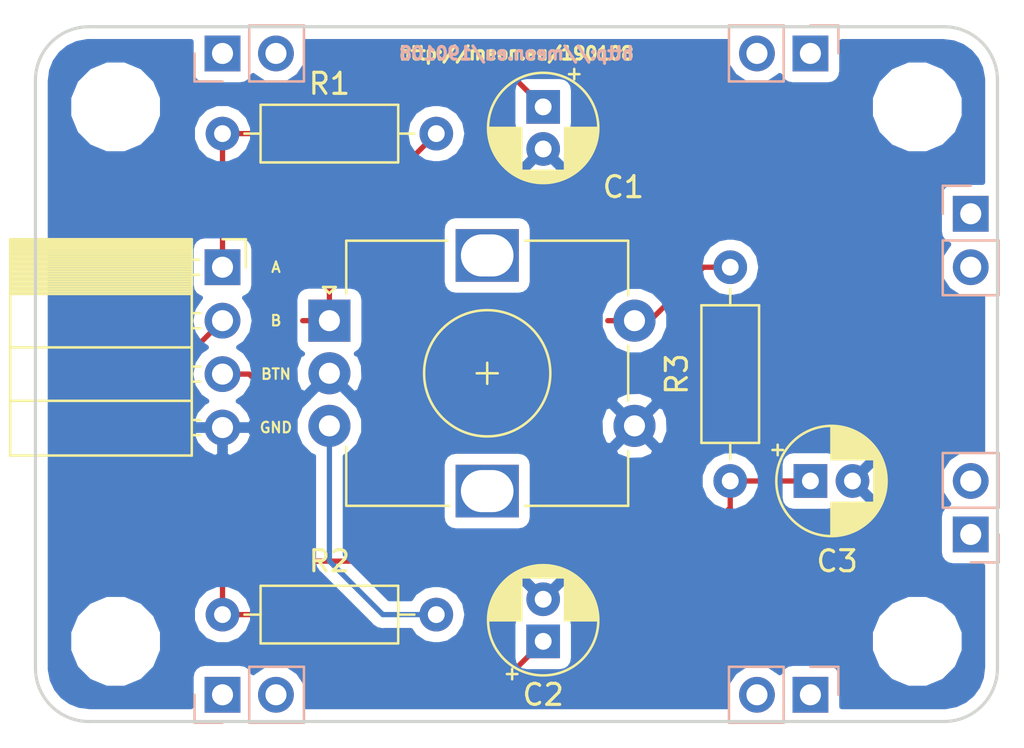
<source format=kicad_pcb>
(kicad_pcb (version 20171130) (host pcbnew 5.0.2+dfsg1-1~bpo9+1)

  (general
    (thickness 1.6)
    (drawings 14)
    (tracks 33)
    (zones 0)
    (modules 18)
    (nets 8)
  )

  (page A4)
  (title_block
    (title "Rotary Encoder example 1")
    (company http://meon.eu/190108)
  )

  (layers
    (0 F.Cu signal)
    (31 B.Cu signal)
    (32 B.Adhes user)
    (33 F.Adhes user)
    (34 B.Paste user)
    (35 F.Paste user)
    (36 B.SilkS user)
    (37 F.SilkS user)
    (38 B.Mask user)
    (39 F.Mask user)
    (40 Dwgs.User user)
    (41 Cmts.User user)
    (42 Eco1.User user)
    (43 Eco2.User user)
    (44 Edge.Cuts user)
    (45 Margin user)
    (46 B.CrtYd user)
    (47 F.CrtYd user)
    (48 B.Fab user)
    (49 F.Fab user)
  )

  (setup
    (last_trace_width 0.25)
    (trace_clearance 0.2)
    (zone_clearance 0.508)
    (zone_45_only no)
    (trace_min 0.25)
    (segment_width 0.2)
    (edge_width 0.15)
    (via_size 0.6)
    (via_drill 0.4)
    (via_min_size 0.4)
    (via_min_drill 0.3)
    (uvia_size 0.3)
    (uvia_drill 0.1)
    (uvias_allowed no)
    (uvia_min_size 0.2)
    (uvia_min_drill 0.1)
    (pcb_text_width 0.3)
    (pcb_text_size 1.5 1.5)
    (mod_edge_width 0.15)
    (mod_text_size 1 1)
    (mod_text_width 0.15)
    (pad_size 1.524 1.524)
    (pad_drill 0.762)
    (pad_to_mask_clearance 0.2)
    (solder_mask_min_width 0.25)
    (aux_axis_origin 0 0)
    (visible_elements FFFFFF7F)
    (pcbplotparams
      (layerselection 0x00030_80000001)
      (usegerberextensions false)
      (usegerberattributes false)
      (usegerberadvancedattributes false)
      (creategerberjobfile false)
      (excludeedgelayer true)
      (linewidth 0.100000)
      (plotframeref false)
      (viasonmask false)
      (mode 1)
      (useauxorigin false)
      (hpglpennumber 1)
      (hpglpenspeed 20)
      (hpglpendiameter 15.000000)
      (psnegative false)
      (psa4output false)
      (plotreference true)
      (plotvalue true)
      (plotinvisibletext false)
      (padsonsilk false)
      (subtractmaskfromsilk false)
      (outputformat 1)
      (mirror false)
      (drillshape 1)
      (scaleselection 1)
      (outputdirectory "/home/jozef/sketchbook/libraries/RotaryEncoder/examples/"))
  )

  (net 0 "")
  (net 1 "Net-(C1-Pad1)")
  (net 2 "Net-(C2-Pad1)")
  (net 3 "Net-(C3-Pad1)")
  (net 4 "Net-(R1-Pad2)")
  (net 5 "Net-(R2-Pad2)")
  (net 6 "Net-(R3-Pad2)")
  (net 7 "Net-(C1-Pad2)")

  (net_class Default "This is the default net class."
    (clearance 0.2)
    (trace_width 0.25)
    (via_dia 0.6)
    (via_drill 0.4)
    (uvia_dia 0.3)
    (uvia_drill 0.1)
    (add_net "Net-(C1-Pad1)")
    (add_net "Net-(C1-Pad2)")
    (add_net "Net-(C2-Pad1)")
    (add_net "Net-(C3-Pad1)")
    (add_net "Net-(R1-Pad2)")
    (add_net "Net-(R2-Pad2)")
    (add_net "Net-(R3-Pad2)")
  )

  (module Connector_PinSocket_2.54mm:PinSocket_1x02_P2.54mm_Vertical (layer B.Cu) (tedit 5C33BCA3) (tstamp 5C348153)
    (at 111.76 96.52 270)
    (descr "Through hole straight socket strip, 1x02, 2.54mm pitch, single row (from Kicad 4.0.7), script generated")
    (tags "Through hole socket strip THT 1x02 2.54mm single row")
    (fp_text reference REF** (at 0 2.77 270) (layer B.SilkS) hide
      (effects (font (size 1 1) (thickness 0.15)) (justify mirror))
    )
    (fp_text value PinSocket_1x02_P2.54mm_Vertical (at 0 -5.31 270) (layer B.Fab) hide
      (effects (font (size 1 1) (thickness 0.15)) (justify mirror))
    )
    (fp_line (start -1.27 1.27) (end 0.635 1.27) (layer B.Fab) (width 0.1))
    (fp_line (start 0.635 1.27) (end 1.27 0.635) (layer B.Fab) (width 0.1))
    (fp_line (start 1.27 0.635) (end 1.27 -3.81) (layer B.Fab) (width 0.1))
    (fp_line (start 1.27 -3.81) (end -1.27 -3.81) (layer B.Fab) (width 0.1))
    (fp_line (start -1.27 -3.81) (end -1.27 1.27) (layer B.Fab) (width 0.1))
    (fp_line (start -1.33 -1.27) (end 1.33 -1.27) (layer B.SilkS) (width 0.12))
    (fp_line (start -1.33 -1.27) (end -1.33 -3.87) (layer B.SilkS) (width 0.12))
    (fp_line (start -1.33 -3.87) (end 1.33 -3.87) (layer B.SilkS) (width 0.12))
    (fp_line (start 1.33 -1.27) (end 1.33 -3.87) (layer B.SilkS) (width 0.12))
    (fp_line (start 1.33 1.33) (end 1.33 0) (layer B.SilkS) (width 0.12))
    (fp_line (start 0 1.33) (end 1.33 1.33) (layer B.SilkS) (width 0.12))
    (fp_line (start -1.8 1.8) (end 1.75 1.8) (layer B.CrtYd) (width 0.05))
    (fp_line (start 1.75 1.8) (end 1.75 -4.3) (layer B.CrtYd) (width 0.05))
    (fp_line (start 1.75 -4.3) (end -1.8 -4.3) (layer B.CrtYd) (width 0.05))
    (fp_line (start -1.8 -4.3) (end -1.8 1.8) (layer B.CrtYd) (width 0.05))
    (fp_text user %R (at 0 -1.27 180) (layer B.Fab)
      (effects (font (size 1 1) (thickness 0.15)) (justify mirror))
    )
    (pad 1 thru_hole rect (at 0 0 270) (size 1.7 1.7) (drill 1) (layers *.Cu *.Mask))
    (pad 2 thru_hole oval (at 0 -2.54 270) (size 1.7 1.7) (drill 1) (layers *.Cu *.Mask))
    (model ${KISYS3DMOD}/Connector_PinSocket_2.54mm.3dshapes/PinSocket_1x02_P2.54mm_Vertical.wrl
      (at (xyz 0 0 0))
      (scale (xyz 1 1 1))
      (rotate (xyz 0 0 0))
    )
  )

  (module Connector_PinSocket_2.54mm:PinSocket_1x02_P2.54mm_Vertical (layer B.Cu) (tedit 5C33BCA3) (tstamp 5C34809C)
    (at 111.76 66.04 270)
    (descr "Through hole straight socket strip, 1x02, 2.54mm pitch, single row (from Kicad 4.0.7), script generated")
    (tags "Through hole socket strip THT 1x02 2.54mm single row")
    (fp_text reference REF** (at 0 2.77 270) (layer B.SilkS) hide
      (effects (font (size 1 1) (thickness 0.15)) (justify mirror))
    )
    (fp_text value PinSocket_1x02_P2.54mm_Vertical (at 0 -5.31 270) (layer B.Fab) hide
      (effects (font (size 1 1) (thickness 0.15)) (justify mirror))
    )
    (fp_text user %R (at 0 -1.27 180) (layer B.Fab)
      (effects (font (size 1 1) (thickness 0.15)) (justify mirror))
    )
    (fp_line (start -1.8 -4.3) (end -1.8 1.8) (layer B.CrtYd) (width 0.05))
    (fp_line (start 1.75 -4.3) (end -1.8 -4.3) (layer B.CrtYd) (width 0.05))
    (fp_line (start 1.75 1.8) (end 1.75 -4.3) (layer B.CrtYd) (width 0.05))
    (fp_line (start -1.8 1.8) (end 1.75 1.8) (layer B.CrtYd) (width 0.05))
    (fp_line (start 0 1.33) (end 1.33 1.33) (layer B.SilkS) (width 0.12))
    (fp_line (start 1.33 1.33) (end 1.33 0) (layer B.SilkS) (width 0.12))
    (fp_line (start 1.33 -1.27) (end 1.33 -3.87) (layer B.SilkS) (width 0.12))
    (fp_line (start -1.33 -3.87) (end 1.33 -3.87) (layer B.SilkS) (width 0.12))
    (fp_line (start -1.33 -1.27) (end -1.33 -3.87) (layer B.SilkS) (width 0.12))
    (fp_line (start -1.33 -1.27) (end 1.33 -1.27) (layer B.SilkS) (width 0.12))
    (fp_line (start -1.27 -3.81) (end -1.27 1.27) (layer B.Fab) (width 0.1))
    (fp_line (start 1.27 -3.81) (end -1.27 -3.81) (layer B.Fab) (width 0.1))
    (fp_line (start 1.27 0.635) (end 1.27 -3.81) (layer B.Fab) (width 0.1))
    (fp_line (start 0.635 1.27) (end 1.27 0.635) (layer B.Fab) (width 0.1))
    (fp_line (start -1.27 1.27) (end 0.635 1.27) (layer B.Fab) (width 0.1))
    (pad 2 thru_hole oval (at 0 -2.54 270) (size 1.7 1.7) (drill 1) (layers *.Cu *.Mask))
    (pad 1 thru_hole rect (at 0 0 270) (size 1.7 1.7) (drill 1) (layers *.Cu *.Mask))
    (model ${KISYS3DMOD}/Connector_PinSocket_2.54mm.3dshapes/PinSocket_1x02_P2.54mm_Vertical.wrl
      (at (xyz 0 0 0))
      (scale (xyz 1 1 1))
      (rotate (xyz 0 0 0))
    )
  )

  (module Connector_PinSocket_2.54mm:PinSocket_1x02_P2.54mm_Vertical (layer B.Cu) (tedit 5C33BCA3) (tstamp 5C40EA65)
    (at 139.7 96.52 90)
    (descr "Through hole straight socket strip, 1x02, 2.54mm pitch, single row (from Kicad 4.0.7), script generated")
    (tags "Through hole socket strip THT 1x02 2.54mm single row")
    (fp_text reference REF** (at 0 2.77 90) (layer B.SilkS) hide
      (effects (font (size 1 1) (thickness 0.15)) (justify mirror))
    )
    (fp_text value PinSocket_1x02_P2.54mm_Vertical (at 0 -5.31 90) (layer B.Fab) hide
      (effects (font (size 1 1) (thickness 0.15)) (justify mirror))
    )
    (fp_text user %R (at 0 -1.27) (layer B.Fab)
      (effects (font (size 1 1) (thickness 0.15)) (justify mirror))
    )
    (fp_line (start -1.8 -4.3) (end -1.8 1.8) (layer B.CrtYd) (width 0.05))
    (fp_line (start 1.75 -4.3) (end -1.8 -4.3) (layer B.CrtYd) (width 0.05))
    (fp_line (start 1.75 1.8) (end 1.75 -4.3) (layer B.CrtYd) (width 0.05))
    (fp_line (start -1.8 1.8) (end 1.75 1.8) (layer B.CrtYd) (width 0.05))
    (fp_line (start 0 1.33) (end 1.33 1.33) (layer B.SilkS) (width 0.12))
    (fp_line (start 1.33 1.33) (end 1.33 0) (layer B.SilkS) (width 0.12))
    (fp_line (start 1.33 -1.27) (end 1.33 -3.87) (layer B.SilkS) (width 0.12))
    (fp_line (start -1.33 -3.87) (end 1.33 -3.87) (layer B.SilkS) (width 0.12))
    (fp_line (start -1.33 -1.27) (end -1.33 -3.87) (layer B.SilkS) (width 0.12))
    (fp_line (start -1.33 -1.27) (end 1.33 -1.27) (layer B.SilkS) (width 0.12))
    (fp_line (start -1.27 -3.81) (end -1.27 1.27) (layer B.Fab) (width 0.1))
    (fp_line (start 1.27 -3.81) (end -1.27 -3.81) (layer B.Fab) (width 0.1))
    (fp_line (start 1.27 0.635) (end 1.27 -3.81) (layer B.Fab) (width 0.1))
    (fp_line (start 0.635 1.27) (end 1.27 0.635) (layer B.Fab) (width 0.1))
    (fp_line (start -1.27 1.27) (end 0.635 1.27) (layer B.Fab) (width 0.1))
    (pad 2 thru_hole oval (at 0 -2.54 90) (size 1.7 1.7) (drill 1) (layers *.Cu *.Mask))
    (pad 1 thru_hole rect (at 0 0 90) (size 1.7 1.7) (drill 1) (layers *.Cu *.Mask))
    (model ${KISYS3DMOD}/Connector_PinSocket_2.54mm.3dshapes/PinSocket_1x02_P2.54mm_Vertical.wrl
      (at (xyz 0 0 0))
      (scale (xyz 1 1 1))
      (rotate (xyz 0 0 0))
    )
  )

  (module Connector_PinSocket_2.54mm:PinSocket_1x02_P2.54mm_Vertical (layer B.Cu) (tedit 5C33BCA3) (tstamp 5C40E9E2)
    (at 139.7 66.04 90)
    (descr "Through hole straight socket strip, 1x02, 2.54mm pitch, single row (from Kicad 4.0.7), script generated")
    (tags "Through hole socket strip THT 1x02 2.54mm single row")
    (fp_text reference REF** (at 0 2.77 90) (layer B.SilkS) hide
      (effects (font (size 1 1) (thickness 0.15)) (justify mirror))
    )
    (fp_text value PinSocket_1x02_P2.54mm_Vertical (at 0 -5.31 90) (layer B.Fab) hide
      (effects (font (size 1 1) (thickness 0.15)) (justify mirror))
    )
    (fp_line (start -1.27 1.27) (end 0.635 1.27) (layer B.Fab) (width 0.1))
    (fp_line (start 0.635 1.27) (end 1.27 0.635) (layer B.Fab) (width 0.1))
    (fp_line (start 1.27 0.635) (end 1.27 -3.81) (layer B.Fab) (width 0.1))
    (fp_line (start 1.27 -3.81) (end -1.27 -3.81) (layer B.Fab) (width 0.1))
    (fp_line (start -1.27 -3.81) (end -1.27 1.27) (layer B.Fab) (width 0.1))
    (fp_line (start -1.33 -1.27) (end 1.33 -1.27) (layer B.SilkS) (width 0.12))
    (fp_line (start -1.33 -1.27) (end -1.33 -3.87) (layer B.SilkS) (width 0.12))
    (fp_line (start -1.33 -3.87) (end 1.33 -3.87) (layer B.SilkS) (width 0.12))
    (fp_line (start 1.33 -1.27) (end 1.33 -3.87) (layer B.SilkS) (width 0.12))
    (fp_line (start 1.33 1.33) (end 1.33 0) (layer B.SilkS) (width 0.12))
    (fp_line (start 0 1.33) (end 1.33 1.33) (layer B.SilkS) (width 0.12))
    (fp_line (start -1.8 1.8) (end 1.75 1.8) (layer B.CrtYd) (width 0.05))
    (fp_line (start 1.75 1.8) (end 1.75 -4.3) (layer B.CrtYd) (width 0.05))
    (fp_line (start 1.75 -4.3) (end -1.8 -4.3) (layer B.CrtYd) (width 0.05))
    (fp_line (start -1.8 -4.3) (end -1.8 1.8) (layer B.CrtYd) (width 0.05))
    (fp_text user %R (at 0 -1.27) (layer B.Fab)
      (effects (font (size 1 1) (thickness 0.15)) (justify mirror))
    )
    (pad 1 thru_hole rect (at 0 0 90) (size 1.7 1.7) (drill 1) (layers *.Cu *.Mask))
    (pad 2 thru_hole oval (at 0 -2.54 90) (size 1.7 1.7) (drill 1) (layers *.Cu *.Mask))
    (model ${KISYS3DMOD}/Connector_PinSocket_2.54mm.3dshapes/PinSocket_1x02_P2.54mm_Vertical.wrl
      (at (xyz 0 0 0))
      (scale (xyz 1 1 1))
      (rotate (xyz 0 0 0))
    )
  )

  (module Connector_PinSocket_2.54mm:PinSocket_1x02_P2.54mm_Vertical (layer B.Cu) (tedit 5C33BCA3) (tstamp 5C40E966)
    (at 147.32 88.9)
    (descr "Through hole straight socket strip, 1x02, 2.54mm pitch, single row (from Kicad 4.0.7), script generated")
    (tags "Through hole socket strip THT 1x02 2.54mm single row")
    (fp_text reference REF** (at 0 2.77) (layer B.SilkS) hide
      (effects (font (size 1 1) (thickness 0.15)) (justify mirror))
    )
    (fp_text value PinSocket_1x02_P2.54mm_Vertical (at 0 -5.31) (layer B.Fab) hide
      (effects (font (size 1 1) (thickness 0.15)) (justify mirror))
    )
    (fp_line (start -1.27 1.27) (end 0.635 1.27) (layer B.Fab) (width 0.1))
    (fp_line (start 0.635 1.27) (end 1.27 0.635) (layer B.Fab) (width 0.1))
    (fp_line (start 1.27 0.635) (end 1.27 -3.81) (layer B.Fab) (width 0.1))
    (fp_line (start 1.27 -3.81) (end -1.27 -3.81) (layer B.Fab) (width 0.1))
    (fp_line (start -1.27 -3.81) (end -1.27 1.27) (layer B.Fab) (width 0.1))
    (fp_line (start -1.33 -1.27) (end 1.33 -1.27) (layer B.SilkS) (width 0.12))
    (fp_line (start -1.33 -1.27) (end -1.33 -3.87) (layer B.SilkS) (width 0.12))
    (fp_line (start -1.33 -3.87) (end 1.33 -3.87) (layer B.SilkS) (width 0.12))
    (fp_line (start 1.33 -1.27) (end 1.33 -3.87) (layer B.SilkS) (width 0.12))
    (fp_line (start 1.33 1.33) (end 1.33 0) (layer B.SilkS) (width 0.12))
    (fp_line (start 0 1.33) (end 1.33 1.33) (layer B.SilkS) (width 0.12))
    (fp_line (start -1.8 1.8) (end 1.75 1.8) (layer B.CrtYd) (width 0.05))
    (fp_line (start 1.75 1.8) (end 1.75 -4.3) (layer B.CrtYd) (width 0.05))
    (fp_line (start 1.75 -4.3) (end -1.8 -4.3) (layer B.CrtYd) (width 0.05))
    (fp_line (start -1.8 -4.3) (end -1.8 1.8) (layer B.CrtYd) (width 0.05))
    (fp_text user %R (at 0 -1.27 -90) (layer B.Fab)
      (effects (font (size 1 1) (thickness 0.15)) (justify mirror))
    )
    (pad 1 thru_hole rect (at 0 0) (size 1.7 1.7) (drill 1) (layers *.Cu *.Mask))
    (pad 2 thru_hole oval (at 0 -2.54) (size 1.7 1.7) (drill 1) (layers *.Cu *.Mask))
    (model ${KISYS3DMOD}/Connector_PinSocket_2.54mm.3dshapes/PinSocket_1x02_P2.54mm_Vertical.wrl
      (at (xyz 0 0 0))
      (scale (xyz 1 1 1))
      (rotate (xyz 0 0 0))
    )
  )

  (module Connector_PinSocket_2.54mm:PinSocket_1x02_P2.54mm_Vertical (layer B.Cu) (tedit 5C33BCA3) (tstamp 5C40E6CF)
    (at 147.32 73.66 180)
    (descr "Through hole straight socket strip, 1x02, 2.54mm pitch, single row (from Kicad 4.0.7), script generated")
    (tags "Through hole socket strip THT 1x02 2.54mm single row")
    (fp_text reference REF** (at 0 2.77 180) (layer B.SilkS) hide
      (effects (font (size 1 1) (thickness 0.15)) (justify mirror))
    )
    (fp_text value PinSocket_1x02_P2.54mm_Vertical (at 0 -5.31 180) (layer B.Fab) hide
      (effects (font (size 1 1) (thickness 0.15)) (justify mirror))
    )
    (fp_text user %R (at 0 -1.27 90) (layer B.Fab)
      (effects (font (size 1 1) (thickness 0.15)) (justify mirror))
    )
    (fp_line (start -1.8 -4.3) (end -1.8 1.8) (layer B.CrtYd) (width 0.05))
    (fp_line (start 1.75 -4.3) (end -1.8 -4.3) (layer B.CrtYd) (width 0.05))
    (fp_line (start 1.75 1.8) (end 1.75 -4.3) (layer B.CrtYd) (width 0.05))
    (fp_line (start -1.8 1.8) (end 1.75 1.8) (layer B.CrtYd) (width 0.05))
    (fp_line (start 0 1.33) (end 1.33 1.33) (layer B.SilkS) (width 0.12))
    (fp_line (start 1.33 1.33) (end 1.33 0) (layer B.SilkS) (width 0.12))
    (fp_line (start 1.33 -1.27) (end 1.33 -3.87) (layer B.SilkS) (width 0.12))
    (fp_line (start -1.33 -3.87) (end 1.33 -3.87) (layer B.SilkS) (width 0.12))
    (fp_line (start -1.33 -1.27) (end -1.33 -3.87) (layer B.SilkS) (width 0.12))
    (fp_line (start -1.33 -1.27) (end 1.33 -1.27) (layer B.SilkS) (width 0.12))
    (fp_line (start -1.27 -3.81) (end -1.27 1.27) (layer B.Fab) (width 0.1))
    (fp_line (start 1.27 -3.81) (end -1.27 -3.81) (layer B.Fab) (width 0.1))
    (fp_line (start 1.27 0.635) (end 1.27 -3.81) (layer B.Fab) (width 0.1))
    (fp_line (start 0.635 1.27) (end 1.27 0.635) (layer B.Fab) (width 0.1))
    (fp_line (start -1.27 1.27) (end 0.635 1.27) (layer B.Fab) (width 0.1))
    (pad 2 thru_hole oval (at 0 -2.54 180) (size 1.7 1.7) (drill 1) (layers *.Cu *.Mask))
    (pad 1 thru_hole rect (at 0 0 180) (size 1.7 1.7) (drill 1) (layers *.Cu *.Mask))
    (model ${KISYS3DMOD}/Connector_PinSocket_2.54mm.3dshapes/PinSocket_1x02_P2.54mm_Vertical.wrl
      (at (xyz 0 0 0))
      (scale (xyz 1 1 1))
      (rotate (xyz 0 0 0))
    )
  )

  (module Connector_PinSocket_2.54mm:PinSocket_1x04_P2.54mm_Horizontal (layer F.Cu) (tedit 5C33C297) (tstamp 5C4043CE)
    (at 111.76 76.2)
    (descr "Through hole angled socket strip, 1x04, 2.54mm pitch, 8.51mm socket length, single row (from Kicad 4.0.7), script generated")
    (tags "Through hole angled socket strip THT 1x04 2.54mm single row")
    (path /5C311AAC)
    (fp_text reference P1 (at -4.38 -2.77) (layer F.SilkS) hide
      (effects (font (size 1 1) (thickness 0.15)))
    )
    (fp_text value CONN_01X04 (at -4.38 10.39) (layer F.Fab) hide
      (effects (font (size 1 1) (thickness 0.15)))
    )
    (fp_text user %R (at -5.775 3.81 90) (layer F.Fab) hide
      (effects (font (size 1 1) (thickness 0.15)))
    )
    (fp_line (start 1.75 9.45) (end 1.75 -1.75) (layer F.CrtYd) (width 0.05))
    (fp_line (start -10.55 9.45) (end 1.75 9.45) (layer F.CrtYd) (width 0.05))
    (fp_line (start -10.55 -1.75) (end -10.55 9.45) (layer F.CrtYd) (width 0.05))
    (fp_line (start 1.75 -1.75) (end -10.55 -1.75) (layer F.CrtYd) (width 0.05))
    (fp_line (start 0 -1.33) (end 1.11 -1.33) (layer F.SilkS) (width 0.12))
    (fp_line (start 1.11 -1.33) (end 1.11 0) (layer F.SilkS) (width 0.12))
    (fp_line (start -10.09 -1.33) (end -10.09 8.95) (layer F.SilkS) (width 0.12))
    (fp_line (start -10.09 8.95) (end -1.46 8.95) (layer F.SilkS) (width 0.12))
    (fp_line (start -1.46 -1.33) (end -1.46 8.95) (layer F.SilkS) (width 0.12))
    (fp_line (start -10.09 -1.33) (end -1.46 -1.33) (layer F.SilkS) (width 0.12))
    (fp_line (start -10.09 6.35) (end -1.46 6.35) (layer F.SilkS) (width 0.12))
    (fp_line (start -10.09 3.81) (end -1.46 3.81) (layer F.SilkS) (width 0.12))
    (fp_line (start -10.09 1.27) (end -1.46 1.27) (layer F.SilkS) (width 0.12))
    (fp_line (start -1.46 7.98) (end -1.05 7.98) (layer F.SilkS) (width 0.12))
    (fp_line (start -1.46 7.26) (end -1.05 7.26) (layer F.SilkS) (width 0.12))
    (fp_line (start -1.46 5.44) (end -1.05 5.44) (layer F.SilkS) (width 0.12))
    (fp_line (start -1.46 4.72) (end -1.05 4.72) (layer F.SilkS) (width 0.12))
    (fp_line (start -1.46 2.9) (end -1.05 2.9) (layer F.SilkS) (width 0.12))
    (fp_line (start -1.46 2.18) (end -1.05 2.18) (layer F.SilkS) (width 0.12))
    (fp_line (start -1.46 0.36) (end -1.11 0.36) (layer F.SilkS) (width 0.12))
    (fp_line (start -1.46 -0.36) (end -1.11 -0.36) (layer F.SilkS) (width 0.12))
    (fp_line (start -10.09 1.1519) (end -1.46 1.1519) (layer F.SilkS) (width 0.12))
    (fp_line (start -10.09 1.033805) (end -1.46 1.033805) (layer F.SilkS) (width 0.12))
    (fp_line (start -10.09 0.91571) (end -1.46 0.91571) (layer F.SilkS) (width 0.12))
    (fp_line (start -10.09 0.797615) (end -1.46 0.797615) (layer F.SilkS) (width 0.12))
    (fp_line (start -10.09 0.67952) (end -1.46 0.67952) (layer F.SilkS) (width 0.12))
    (fp_line (start -10.09 0.561425) (end -1.46 0.561425) (layer F.SilkS) (width 0.12))
    (fp_line (start -10.09 0.44333) (end -1.46 0.44333) (layer F.SilkS) (width 0.12))
    (fp_line (start -10.09 0.325235) (end -1.46 0.325235) (layer F.SilkS) (width 0.12))
    (fp_line (start -10.09 0.20714) (end -1.46 0.20714) (layer F.SilkS) (width 0.12))
    (fp_line (start -10.09 0.089045) (end -1.46 0.089045) (layer F.SilkS) (width 0.12))
    (fp_line (start -10.09 -0.02905) (end -1.46 -0.02905) (layer F.SilkS) (width 0.12))
    (fp_line (start -10.09 -0.147145) (end -1.46 -0.147145) (layer F.SilkS) (width 0.12))
    (fp_line (start -10.09 -0.26524) (end -1.46 -0.26524) (layer F.SilkS) (width 0.12))
    (fp_line (start -10.09 -0.383335) (end -1.46 -0.383335) (layer F.SilkS) (width 0.12))
    (fp_line (start -10.09 -0.50143) (end -1.46 -0.50143) (layer F.SilkS) (width 0.12))
    (fp_line (start -10.09 -0.619525) (end -1.46 -0.619525) (layer F.SilkS) (width 0.12))
    (fp_line (start -10.09 -0.73762) (end -1.46 -0.73762) (layer F.SilkS) (width 0.12))
    (fp_line (start -10.09 -0.855715) (end -1.46 -0.855715) (layer F.SilkS) (width 0.12))
    (fp_line (start -10.09 -0.97381) (end -1.46 -0.97381) (layer F.SilkS) (width 0.12))
    (fp_line (start -10.09 -1.091905) (end -1.46 -1.091905) (layer F.SilkS) (width 0.12))
    (fp_line (start -10.09 -1.21) (end -1.46 -1.21) (layer F.SilkS) (width 0.12))
    (fp_line (start 0 7.92) (end 0 7.32) (layer F.Fab) (width 0.1))
    (fp_line (start -1.52 7.92) (end 0 7.92) (layer F.Fab) (width 0.1))
    (fp_line (start 0 7.32) (end -1.52 7.32) (layer F.Fab) (width 0.1))
    (fp_line (start 0 5.38) (end 0 4.78) (layer F.Fab) (width 0.1))
    (fp_line (start -1.52 5.38) (end 0 5.38) (layer F.Fab) (width 0.1))
    (fp_line (start 0 4.78) (end -1.52 4.78) (layer F.Fab) (width 0.1))
    (fp_line (start 0 2.84) (end 0 2.24) (layer F.Fab) (width 0.1))
    (fp_line (start -1.52 2.84) (end 0 2.84) (layer F.Fab) (width 0.1))
    (fp_line (start 0 2.24) (end -1.52 2.24) (layer F.Fab) (width 0.1))
    (fp_line (start 0 0.3) (end 0 -0.3) (layer F.Fab) (width 0.1))
    (fp_line (start -1.52 0.3) (end 0 0.3) (layer F.Fab) (width 0.1))
    (fp_line (start 0 -0.3) (end -1.52 -0.3) (layer F.Fab) (width 0.1))
    (fp_line (start -10.03 8.89) (end -10.03 -1.27) (layer F.Fab) (width 0.1))
    (fp_line (start -1.52 8.89) (end -10.03 8.89) (layer F.Fab) (width 0.1))
    (fp_line (start -1.52 -0.3) (end -1.52 8.89) (layer F.Fab) (width 0.1))
    (fp_line (start -2.49 -1.27) (end -1.52 -0.3) (layer F.Fab) (width 0.1))
    (fp_line (start -10.03 -1.27) (end -2.49 -1.27) (layer F.Fab) (width 0.1))
    (pad 4 thru_hole oval (at 0 7.62) (size 1.7 1.7) (drill 1) (layers *.Cu *.Mask)
      (net 7 "Net-(C1-Pad2)"))
    (pad 3 thru_hole oval (at 0 5.08) (size 1.7 1.7) (drill 1) (layers *.Cu *.Mask)
      (net 3 "Net-(C3-Pad1)"))
    (pad 2 thru_hole oval (at 0 2.54) (size 1.7 1.7) (drill 1) (layers *.Cu *.Mask)
      (net 2 "Net-(C2-Pad1)"))
    (pad 1 thru_hole rect (at 0 0) (size 1.7 1.7) (drill 1) (layers *.Cu *.Mask)
      (net 1 "Net-(C1-Pad1)"))
    (model ${KISYS3DMOD}/Connector_PinSocket_2.54mm.3dshapes/PinSocket_1x04_P2.54mm_Horizontal.wrl
      (at (xyz 0 0 0))
      (scale (xyz 1 1 1))
      (rotate (xyz 0 0 0))
    )
  )

  (module Capacitor_THT:CP_Radial_D5.0mm_P2.00mm (layer F.Cu) (tedit 5AE50EF0) (tstamp 5C3F44EA)
    (at 127 68.58 270)
    (descr "CP, Radial series, Radial, pin pitch=2.00mm, , diameter=5mm, Electrolytic Capacitor")
    (tags "CP Radial series Radial pin pitch 2.00mm  diameter 5mm Electrolytic Capacitor")
    (path /5C311BB8)
    (fp_text reference C1 (at 3.81 -3.81) (layer F.SilkS)
      (effects (font (size 1 1) (thickness 0.15)))
    )
    (fp_text value 0.1ųF (at 1.27 -7.62) (layer F.Fab)
      (effects (font (size 1 1) (thickness 0.15)))
    )
    (fp_circle (center 1 0) (end 3.5 0) (layer F.Fab) (width 0.1))
    (fp_circle (center 1 0) (end 3.62 0) (layer F.SilkS) (width 0.12))
    (fp_circle (center 1 0) (end 3.75 0) (layer F.CrtYd) (width 0.05))
    (fp_line (start -1.133605 -1.0875) (end -0.633605 -1.0875) (layer F.Fab) (width 0.1))
    (fp_line (start -0.883605 -1.3375) (end -0.883605 -0.8375) (layer F.Fab) (width 0.1))
    (fp_line (start 1 1.04) (end 1 2.58) (layer F.SilkS) (width 0.12))
    (fp_line (start 1 -2.58) (end 1 -1.04) (layer F.SilkS) (width 0.12))
    (fp_line (start 1.04 1.04) (end 1.04 2.58) (layer F.SilkS) (width 0.12))
    (fp_line (start 1.04 -2.58) (end 1.04 -1.04) (layer F.SilkS) (width 0.12))
    (fp_line (start 1.08 -2.579) (end 1.08 -1.04) (layer F.SilkS) (width 0.12))
    (fp_line (start 1.08 1.04) (end 1.08 2.579) (layer F.SilkS) (width 0.12))
    (fp_line (start 1.12 -2.578) (end 1.12 -1.04) (layer F.SilkS) (width 0.12))
    (fp_line (start 1.12 1.04) (end 1.12 2.578) (layer F.SilkS) (width 0.12))
    (fp_line (start 1.16 -2.576) (end 1.16 -1.04) (layer F.SilkS) (width 0.12))
    (fp_line (start 1.16 1.04) (end 1.16 2.576) (layer F.SilkS) (width 0.12))
    (fp_line (start 1.2 -2.573) (end 1.2 -1.04) (layer F.SilkS) (width 0.12))
    (fp_line (start 1.2 1.04) (end 1.2 2.573) (layer F.SilkS) (width 0.12))
    (fp_line (start 1.24 -2.569) (end 1.24 -1.04) (layer F.SilkS) (width 0.12))
    (fp_line (start 1.24 1.04) (end 1.24 2.569) (layer F.SilkS) (width 0.12))
    (fp_line (start 1.28 -2.565) (end 1.28 -1.04) (layer F.SilkS) (width 0.12))
    (fp_line (start 1.28 1.04) (end 1.28 2.565) (layer F.SilkS) (width 0.12))
    (fp_line (start 1.32 -2.561) (end 1.32 -1.04) (layer F.SilkS) (width 0.12))
    (fp_line (start 1.32 1.04) (end 1.32 2.561) (layer F.SilkS) (width 0.12))
    (fp_line (start 1.36 -2.556) (end 1.36 -1.04) (layer F.SilkS) (width 0.12))
    (fp_line (start 1.36 1.04) (end 1.36 2.556) (layer F.SilkS) (width 0.12))
    (fp_line (start 1.4 -2.55) (end 1.4 -1.04) (layer F.SilkS) (width 0.12))
    (fp_line (start 1.4 1.04) (end 1.4 2.55) (layer F.SilkS) (width 0.12))
    (fp_line (start 1.44 -2.543) (end 1.44 -1.04) (layer F.SilkS) (width 0.12))
    (fp_line (start 1.44 1.04) (end 1.44 2.543) (layer F.SilkS) (width 0.12))
    (fp_line (start 1.48 -2.536) (end 1.48 -1.04) (layer F.SilkS) (width 0.12))
    (fp_line (start 1.48 1.04) (end 1.48 2.536) (layer F.SilkS) (width 0.12))
    (fp_line (start 1.52 -2.528) (end 1.52 -1.04) (layer F.SilkS) (width 0.12))
    (fp_line (start 1.52 1.04) (end 1.52 2.528) (layer F.SilkS) (width 0.12))
    (fp_line (start 1.56 -2.52) (end 1.56 -1.04) (layer F.SilkS) (width 0.12))
    (fp_line (start 1.56 1.04) (end 1.56 2.52) (layer F.SilkS) (width 0.12))
    (fp_line (start 1.6 -2.511) (end 1.6 -1.04) (layer F.SilkS) (width 0.12))
    (fp_line (start 1.6 1.04) (end 1.6 2.511) (layer F.SilkS) (width 0.12))
    (fp_line (start 1.64 -2.501) (end 1.64 -1.04) (layer F.SilkS) (width 0.12))
    (fp_line (start 1.64 1.04) (end 1.64 2.501) (layer F.SilkS) (width 0.12))
    (fp_line (start 1.68 -2.491) (end 1.68 -1.04) (layer F.SilkS) (width 0.12))
    (fp_line (start 1.68 1.04) (end 1.68 2.491) (layer F.SilkS) (width 0.12))
    (fp_line (start 1.721 -2.48) (end 1.721 -1.04) (layer F.SilkS) (width 0.12))
    (fp_line (start 1.721 1.04) (end 1.721 2.48) (layer F.SilkS) (width 0.12))
    (fp_line (start 1.761 -2.468) (end 1.761 -1.04) (layer F.SilkS) (width 0.12))
    (fp_line (start 1.761 1.04) (end 1.761 2.468) (layer F.SilkS) (width 0.12))
    (fp_line (start 1.801 -2.455) (end 1.801 -1.04) (layer F.SilkS) (width 0.12))
    (fp_line (start 1.801 1.04) (end 1.801 2.455) (layer F.SilkS) (width 0.12))
    (fp_line (start 1.841 -2.442) (end 1.841 -1.04) (layer F.SilkS) (width 0.12))
    (fp_line (start 1.841 1.04) (end 1.841 2.442) (layer F.SilkS) (width 0.12))
    (fp_line (start 1.881 -2.428) (end 1.881 -1.04) (layer F.SilkS) (width 0.12))
    (fp_line (start 1.881 1.04) (end 1.881 2.428) (layer F.SilkS) (width 0.12))
    (fp_line (start 1.921 -2.414) (end 1.921 -1.04) (layer F.SilkS) (width 0.12))
    (fp_line (start 1.921 1.04) (end 1.921 2.414) (layer F.SilkS) (width 0.12))
    (fp_line (start 1.961 -2.398) (end 1.961 -1.04) (layer F.SilkS) (width 0.12))
    (fp_line (start 1.961 1.04) (end 1.961 2.398) (layer F.SilkS) (width 0.12))
    (fp_line (start 2.001 -2.382) (end 2.001 -1.04) (layer F.SilkS) (width 0.12))
    (fp_line (start 2.001 1.04) (end 2.001 2.382) (layer F.SilkS) (width 0.12))
    (fp_line (start 2.041 -2.365) (end 2.041 -1.04) (layer F.SilkS) (width 0.12))
    (fp_line (start 2.041 1.04) (end 2.041 2.365) (layer F.SilkS) (width 0.12))
    (fp_line (start 2.081 -2.348) (end 2.081 -1.04) (layer F.SilkS) (width 0.12))
    (fp_line (start 2.081 1.04) (end 2.081 2.348) (layer F.SilkS) (width 0.12))
    (fp_line (start 2.121 -2.329) (end 2.121 -1.04) (layer F.SilkS) (width 0.12))
    (fp_line (start 2.121 1.04) (end 2.121 2.329) (layer F.SilkS) (width 0.12))
    (fp_line (start 2.161 -2.31) (end 2.161 -1.04) (layer F.SilkS) (width 0.12))
    (fp_line (start 2.161 1.04) (end 2.161 2.31) (layer F.SilkS) (width 0.12))
    (fp_line (start 2.201 -2.29) (end 2.201 -1.04) (layer F.SilkS) (width 0.12))
    (fp_line (start 2.201 1.04) (end 2.201 2.29) (layer F.SilkS) (width 0.12))
    (fp_line (start 2.241 -2.268) (end 2.241 -1.04) (layer F.SilkS) (width 0.12))
    (fp_line (start 2.241 1.04) (end 2.241 2.268) (layer F.SilkS) (width 0.12))
    (fp_line (start 2.281 -2.247) (end 2.281 -1.04) (layer F.SilkS) (width 0.12))
    (fp_line (start 2.281 1.04) (end 2.281 2.247) (layer F.SilkS) (width 0.12))
    (fp_line (start 2.321 -2.224) (end 2.321 -1.04) (layer F.SilkS) (width 0.12))
    (fp_line (start 2.321 1.04) (end 2.321 2.224) (layer F.SilkS) (width 0.12))
    (fp_line (start 2.361 -2.2) (end 2.361 -1.04) (layer F.SilkS) (width 0.12))
    (fp_line (start 2.361 1.04) (end 2.361 2.2) (layer F.SilkS) (width 0.12))
    (fp_line (start 2.401 -2.175) (end 2.401 -1.04) (layer F.SilkS) (width 0.12))
    (fp_line (start 2.401 1.04) (end 2.401 2.175) (layer F.SilkS) (width 0.12))
    (fp_line (start 2.441 -2.149) (end 2.441 -1.04) (layer F.SilkS) (width 0.12))
    (fp_line (start 2.441 1.04) (end 2.441 2.149) (layer F.SilkS) (width 0.12))
    (fp_line (start 2.481 -2.122) (end 2.481 -1.04) (layer F.SilkS) (width 0.12))
    (fp_line (start 2.481 1.04) (end 2.481 2.122) (layer F.SilkS) (width 0.12))
    (fp_line (start 2.521 -2.095) (end 2.521 -1.04) (layer F.SilkS) (width 0.12))
    (fp_line (start 2.521 1.04) (end 2.521 2.095) (layer F.SilkS) (width 0.12))
    (fp_line (start 2.561 -2.065) (end 2.561 -1.04) (layer F.SilkS) (width 0.12))
    (fp_line (start 2.561 1.04) (end 2.561 2.065) (layer F.SilkS) (width 0.12))
    (fp_line (start 2.601 -2.035) (end 2.601 -1.04) (layer F.SilkS) (width 0.12))
    (fp_line (start 2.601 1.04) (end 2.601 2.035) (layer F.SilkS) (width 0.12))
    (fp_line (start 2.641 -2.004) (end 2.641 -1.04) (layer F.SilkS) (width 0.12))
    (fp_line (start 2.641 1.04) (end 2.641 2.004) (layer F.SilkS) (width 0.12))
    (fp_line (start 2.681 -1.971) (end 2.681 -1.04) (layer F.SilkS) (width 0.12))
    (fp_line (start 2.681 1.04) (end 2.681 1.971) (layer F.SilkS) (width 0.12))
    (fp_line (start 2.721 -1.937) (end 2.721 -1.04) (layer F.SilkS) (width 0.12))
    (fp_line (start 2.721 1.04) (end 2.721 1.937) (layer F.SilkS) (width 0.12))
    (fp_line (start 2.761 -1.901) (end 2.761 -1.04) (layer F.SilkS) (width 0.12))
    (fp_line (start 2.761 1.04) (end 2.761 1.901) (layer F.SilkS) (width 0.12))
    (fp_line (start 2.801 -1.864) (end 2.801 -1.04) (layer F.SilkS) (width 0.12))
    (fp_line (start 2.801 1.04) (end 2.801 1.864) (layer F.SilkS) (width 0.12))
    (fp_line (start 2.841 -1.826) (end 2.841 -1.04) (layer F.SilkS) (width 0.12))
    (fp_line (start 2.841 1.04) (end 2.841 1.826) (layer F.SilkS) (width 0.12))
    (fp_line (start 2.881 -1.785) (end 2.881 -1.04) (layer F.SilkS) (width 0.12))
    (fp_line (start 2.881 1.04) (end 2.881 1.785) (layer F.SilkS) (width 0.12))
    (fp_line (start 2.921 -1.743) (end 2.921 -1.04) (layer F.SilkS) (width 0.12))
    (fp_line (start 2.921 1.04) (end 2.921 1.743) (layer F.SilkS) (width 0.12))
    (fp_line (start 2.961 -1.699) (end 2.961 -1.04) (layer F.SilkS) (width 0.12))
    (fp_line (start 2.961 1.04) (end 2.961 1.699) (layer F.SilkS) (width 0.12))
    (fp_line (start 3.001 -1.653) (end 3.001 -1.04) (layer F.SilkS) (width 0.12))
    (fp_line (start 3.001 1.04) (end 3.001 1.653) (layer F.SilkS) (width 0.12))
    (fp_line (start 3.041 -1.605) (end 3.041 1.605) (layer F.SilkS) (width 0.12))
    (fp_line (start 3.081 -1.554) (end 3.081 1.554) (layer F.SilkS) (width 0.12))
    (fp_line (start 3.121 -1.5) (end 3.121 1.5) (layer F.SilkS) (width 0.12))
    (fp_line (start 3.161 -1.443) (end 3.161 1.443) (layer F.SilkS) (width 0.12))
    (fp_line (start 3.201 -1.383) (end 3.201 1.383) (layer F.SilkS) (width 0.12))
    (fp_line (start 3.241 -1.319) (end 3.241 1.319) (layer F.SilkS) (width 0.12))
    (fp_line (start 3.281 -1.251) (end 3.281 1.251) (layer F.SilkS) (width 0.12))
    (fp_line (start 3.321 -1.178) (end 3.321 1.178) (layer F.SilkS) (width 0.12))
    (fp_line (start 3.361 -1.098) (end 3.361 1.098) (layer F.SilkS) (width 0.12))
    (fp_line (start 3.401 -1.011) (end 3.401 1.011) (layer F.SilkS) (width 0.12))
    (fp_line (start 3.441 -0.915) (end 3.441 0.915) (layer F.SilkS) (width 0.12))
    (fp_line (start 3.481 -0.805) (end 3.481 0.805) (layer F.SilkS) (width 0.12))
    (fp_line (start 3.521 -0.677) (end 3.521 0.677) (layer F.SilkS) (width 0.12))
    (fp_line (start 3.561 -0.518) (end 3.561 0.518) (layer F.SilkS) (width 0.12))
    (fp_line (start 3.601 -0.284) (end 3.601 0.284) (layer F.SilkS) (width 0.12))
    (fp_line (start -1.804775 -1.475) (end -1.304775 -1.475) (layer F.SilkS) (width 0.12))
    (fp_line (start -1.554775 -1.725) (end -1.554775 -1.225) (layer F.SilkS) (width 0.12))
    (fp_text user %R (at 1 0 270) (layer F.Fab)
      (effects (font (size 1 1) (thickness 0.15)))
    )
    (pad 1 thru_hole rect (at 0 0 270) (size 1.6 1.6) (drill 0.8) (layers *.Cu *.Mask)
      (net 1 "Net-(C1-Pad1)"))
    (pad 2 thru_hole circle (at 2 0 270) (size 1.6 1.6) (drill 0.8) (layers *.Cu *.Mask)
      (net 7 "Net-(C1-Pad2)"))
    (model ${KISYS3DMOD}/Capacitor_THT.3dshapes/CP_Radial_D5.0mm_P2.00mm.wrl
      (at (xyz 0 0 0))
      (scale (xyz 1 1 1))
      (rotate (xyz 0 0 0))
    )
  )

  (module Capacitor_THT:CP_Radial_D5.0mm_P2.00mm (layer F.Cu) (tedit 5C33C2DC) (tstamp 5C3F456D)
    (at 127 93.98 90)
    (descr "CP, Radial series, Radial, pin pitch=2.00mm, , diameter=5mm, Electrolytic Capacitor")
    (tags "CP Radial series Radial pin pitch 2.00mm  diameter 5mm Electrolytic Capacitor")
    (path /5C31E0BD)
    (fp_text reference C2 (at -2.54 0 180) (layer F.SilkS)
      (effects (font (size 1 1) (thickness 0.15)))
    )
    (fp_text value 0.1ųF (at 0 6.35 180) (layer F.Fab)
      (effects (font (size 1 1) (thickness 0.15)))
    )
    (fp_text user %R (at 1 0 90) (layer F.Fab)
      (effects (font (size 1 1) (thickness 0.15)))
    )
    (fp_line (start -1.554775 -1.725) (end -1.554775 -1.225) (layer F.SilkS) (width 0.12))
    (fp_line (start -1.804775 -1.475) (end -1.304775 -1.475) (layer F.SilkS) (width 0.12))
    (fp_line (start 3.601 -0.284) (end 3.601 0.284) (layer F.SilkS) (width 0.12))
    (fp_line (start 3.561 -0.518) (end 3.561 0.518) (layer F.SilkS) (width 0.12))
    (fp_line (start 3.521 -0.677) (end 3.521 0.677) (layer F.SilkS) (width 0.12))
    (fp_line (start 3.481 -0.805) (end 3.481 0.805) (layer F.SilkS) (width 0.12))
    (fp_line (start 3.441 -0.915) (end 3.441 0.915) (layer F.SilkS) (width 0.12))
    (fp_line (start 3.401 -1.011) (end 3.401 1.011) (layer F.SilkS) (width 0.12))
    (fp_line (start 3.361 -1.098) (end 3.361 1.098) (layer F.SilkS) (width 0.12))
    (fp_line (start 3.321 -1.178) (end 3.321 1.178) (layer F.SilkS) (width 0.12))
    (fp_line (start 3.281 -1.251) (end 3.281 1.251) (layer F.SilkS) (width 0.12))
    (fp_line (start 3.241 -1.319) (end 3.241 1.319) (layer F.SilkS) (width 0.12))
    (fp_line (start 3.201 -1.383) (end 3.201 1.383) (layer F.SilkS) (width 0.12))
    (fp_line (start 3.161 -1.443) (end 3.161 1.443) (layer F.SilkS) (width 0.12))
    (fp_line (start 3.121 -1.5) (end 3.121 1.5) (layer F.SilkS) (width 0.12))
    (fp_line (start 3.081 -1.554) (end 3.081 1.554) (layer F.SilkS) (width 0.12))
    (fp_line (start 3.041 -1.605) (end 3.041 1.605) (layer F.SilkS) (width 0.12))
    (fp_line (start 3.001 1.04) (end 3.001 1.653) (layer F.SilkS) (width 0.12))
    (fp_line (start 3.001 -1.653) (end 3.001 -1.04) (layer F.SilkS) (width 0.12))
    (fp_line (start 2.961 1.04) (end 2.961 1.699) (layer F.SilkS) (width 0.12))
    (fp_line (start 2.961 -1.699) (end 2.961 -1.04) (layer F.SilkS) (width 0.12))
    (fp_line (start 2.921 1.04) (end 2.921 1.743) (layer F.SilkS) (width 0.12))
    (fp_line (start 2.921 -1.743) (end 2.921 -1.04) (layer F.SilkS) (width 0.12))
    (fp_line (start 2.881 1.04) (end 2.881 1.785) (layer F.SilkS) (width 0.12))
    (fp_line (start 2.881 -1.785) (end 2.881 -1.04) (layer F.SilkS) (width 0.12))
    (fp_line (start 2.841 1.04) (end 2.841 1.826) (layer F.SilkS) (width 0.12))
    (fp_line (start 2.841 -1.826) (end 2.841 -1.04) (layer F.SilkS) (width 0.12))
    (fp_line (start 2.801 1.04) (end 2.801 1.864) (layer F.SilkS) (width 0.12))
    (fp_line (start 2.801 -1.864) (end 2.801 -1.04) (layer F.SilkS) (width 0.12))
    (fp_line (start 2.761 1.04) (end 2.761 1.901) (layer F.SilkS) (width 0.12))
    (fp_line (start 2.761 -1.901) (end 2.761 -1.04) (layer F.SilkS) (width 0.12))
    (fp_line (start 2.721 1.04) (end 2.721 1.937) (layer F.SilkS) (width 0.12))
    (fp_line (start 2.721 -1.937) (end 2.721 -1.04) (layer F.SilkS) (width 0.12))
    (fp_line (start 2.681 1.04) (end 2.681 1.971) (layer F.SilkS) (width 0.12))
    (fp_line (start 2.681 -1.971) (end 2.681 -1.04) (layer F.SilkS) (width 0.12))
    (fp_line (start 2.641 1.04) (end 2.641 2.004) (layer F.SilkS) (width 0.12))
    (fp_line (start 2.641 -2.004) (end 2.641 -1.04) (layer F.SilkS) (width 0.12))
    (fp_line (start 2.601 1.04) (end 2.601 2.035) (layer F.SilkS) (width 0.12))
    (fp_line (start 2.601 -2.035) (end 2.601 -1.04) (layer F.SilkS) (width 0.12))
    (fp_line (start 2.561 1.04) (end 2.561 2.065) (layer F.SilkS) (width 0.12))
    (fp_line (start 2.561 -2.065) (end 2.561 -1.04) (layer F.SilkS) (width 0.12))
    (fp_line (start 2.521 1.04) (end 2.521 2.095) (layer F.SilkS) (width 0.12))
    (fp_line (start 2.521 -2.095) (end 2.521 -1.04) (layer F.SilkS) (width 0.12))
    (fp_line (start 2.481 1.04) (end 2.481 2.122) (layer F.SilkS) (width 0.12))
    (fp_line (start 2.481 -2.122) (end 2.481 -1.04) (layer F.SilkS) (width 0.12))
    (fp_line (start 2.441 1.04) (end 2.441 2.149) (layer F.SilkS) (width 0.12))
    (fp_line (start 2.441 -2.149) (end 2.441 -1.04) (layer F.SilkS) (width 0.12))
    (fp_line (start 2.401 1.04) (end 2.401 2.175) (layer F.SilkS) (width 0.12))
    (fp_line (start 2.401 -2.175) (end 2.401 -1.04) (layer F.SilkS) (width 0.12))
    (fp_line (start 2.361 1.04) (end 2.361 2.2) (layer F.SilkS) (width 0.12))
    (fp_line (start 2.361 -2.2) (end 2.361 -1.04) (layer F.SilkS) (width 0.12))
    (fp_line (start 2.321 1.04) (end 2.321 2.224) (layer F.SilkS) (width 0.12))
    (fp_line (start 2.321 -2.224) (end 2.321 -1.04) (layer F.SilkS) (width 0.12))
    (fp_line (start 2.281 1.04) (end 2.281 2.247) (layer F.SilkS) (width 0.12))
    (fp_line (start 2.281 -2.247) (end 2.281 -1.04) (layer F.SilkS) (width 0.12))
    (fp_line (start 2.241 1.04) (end 2.241 2.268) (layer F.SilkS) (width 0.12))
    (fp_line (start 2.241 -2.268) (end 2.241 -1.04) (layer F.SilkS) (width 0.12))
    (fp_line (start 2.201 1.04) (end 2.201 2.29) (layer F.SilkS) (width 0.12))
    (fp_line (start 2.201 -2.29) (end 2.201 -1.04) (layer F.SilkS) (width 0.12))
    (fp_line (start 2.161 1.04) (end 2.161 2.31) (layer F.SilkS) (width 0.12))
    (fp_line (start 2.161 -2.31) (end 2.161 -1.04) (layer F.SilkS) (width 0.12))
    (fp_line (start 2.121 1.04) (end 2.121 2.329) (layer F.SilkS) (width 0.12))
    (fp_line (start 2.121 -2.329) (end 2.121 -1.04) (layer F.SilkS) (width 0.12))
    (fp_line (start 2.081 1.04) (end 2.081 2.348) (layer F.SilkS) (width 0.12))
    (fp_line (start 2.081 -2.348) (end 2.081 -1.04) (layer F.SilkS) (width 0.12))
    (fp_line (start 2.041 1.04) (end 2.041 2.365) (layer F.SilkS) (width 0.12))
    (fp_line (start 2.041 -2.365) (end 2.041 -1.04) (layer F.SilkS) (width 0.12))
    (fp_line (start 2.001 1.04) (end 2.001 2.382) (layer F.SilkS) (width 0.12))
    (fp_line (start 2.001 -2.382) (end 2.001 -1.04) (layer F.SilkS) (width 0.12))
    (fp_line (start 1.961 1.04) (end 1.961 2.398) (layer F.SilkS) (width 0.12))
    (fp_line (start 1.961 -2.398) (end 1.961 -1.04) (layer F.SilkS) (width 0.12))
    (fp_line (start 1.921 1.04) (end 1.921 2.414) (layer F.SilkS) (width 0.12))
    (fp_line (start 1.921 -2.414) (end 1.921 -1.04) (layer F.SilkS) (width 0.12))
    (fp_line (start 1.881 1.04) (end 1.881 2.428) (layer F.SilkS) (width 0.12))
    (fp_line (start 1.881 -2.428) (end 1.881 -1.04) (layer F.SilkS) (width 0.12))
    (fp_line (start 1.841 1.04) (end 1.841 2.442) (layer F.SilkS) (width 0.12))
    (fp_line (start 1.841 -2.442) (end 1.841 -1.04) (layer F.SilkS) (width 0.12))
    (fp_line (start 1.801 1.04) (end 1.801 2.455) (layer F.SilkS) (width 0.12))
    (fp_line (start 1.801 -2.455) (end 1.801 -1.04) (layer F.SilkS) (width 0.12))
    (fp_line (start 1.761 1.04) (end 1.761 2.468) (layer F.SilkS) (width 0.12))
    (fp_line (start 1.761 -2.468) (end 1.761 -1.04) (layer F.SilkS) (width 0.12))
    (fp_line (start 1.721 1.04) (end 1.721 2.48) (layer F.SilkS) (width 0.12))
    (fp_line (start 1.721 -2.48) (end 1.721 -1.04) (layer F.SilkS) (width 0.12))
    (fp_line (start 1.68 1.04) (end 1.68 2.491) (layer F.SilkS) (width 0.12))
    (fp_line (start 1.68 -2.491) (end 1.68 -1.04) (layer F.SilkS) (width 0.12))
    (fp_line (start 1.64 1.04) (end 1.64 2.501) (layer F.SilkS) (width 0.12))
    (fp_line (start 1.64 -2.501) (end 1.64 -1.04) (layer F.SilkS) (width 0.12))
    (fp_line (start 1.6 1.04) (end 1.6 2.511) (layer F.SilkS) (width 0.12))
    (fp_line (start 1.6 -2.511) (end 1.6 -1.04) (layer F.SilkS) (width 0.12))
    (fp_line (start 1.56 1.04) (end 1.56 2.52) (layer F.SilkS) (width 0.12))
    (fp_line (start 1.56 -2.52) (end 1.56 -1.04) (layer F.SilkS) (width 0.12))
    (fp_line (start 1.52 1.04) (end 1.52 2.528) (layer F.SilkS) (width 0.12))
    (fp_line (start 1.52 -2.528) (end 1.52 -1.04) (layer F.SilkS) (width 0.12))
    (fp_line (start 1.48 1.04) (end 1.48 2.536) (layer F.SilkS) (width 0.12))
    (fp_line (start 1.48 -2.536) (end 1.48 -1.04) (layer F.SilkS) (width 0.12))
    (fp_line (start 1.44 1.04) (end 1.44 2.543) (layer F.SilkS) (width 0.12))
    (fp_line (start 1.44 -2.543) (end 1.44 -1.04) (layer F.SilkS) (width 0.12))
    (fp_line (start 1.4 1.04) (end 1.4 2.55) (layer F.SilkS) (width 0.12))
    (fp_line (start 1.4 -2.55) (end 1.4 -1.04) (layer F.SilkS) (width 0.12))
    (fp_line (start 1.36 1.04) (end 1.36 2.556) (layer F.SilkS) (width 0.12))
    (fp_line (start 1.36 -2.556) (end 1.36 -1.04) (layer F.SilkS) (width 0.12))
    (fp_line (start 1.32 1.04) (end 1.32 2.561) (layer F.SilkS) (width 0.12))
    (fp_line (start 1.32 -2.561) (end 1.32 -1.04) (layer F.SilkS) (width 0.12))
    (fp_line (start 1.28 1.04) (end 1.28 2.565) (layer F.SilkS) (width 0.12))
    (fp_line (start 1.28 -2.565) (end 1.28 -1.04) (layer F.SilkS) (width 0.12))
    (fp_line (start 1.24 1.04) (end 1.24 2.569) (layer F.SilkS) (width 0.12))
    (fp_line (start 1.24 -2.569) (end 1.24 -1.04) (layer F.SilkS) (width 0.12))
    (fp_line (start 1.2 1.04) (end 1.2 2.573) (layer F.SilkS) (width 0.12))
    (fp_line (start 1.2 -2.573) (end 1.2 -1.04) (layer F.SilkS) (width 0.12))
    (fp_line (start 1.16 1.04) (end 1.16 2.576) (layer F.SilkS) (width 0.12))
    (fp_line (start 1.16 -2.576) (end 1.16 -1.04) (layer F.SilkS) (width 0.12))
    (fp_line (start 1.12 1.04) (end 1.12 2.578) (layer F.SilkS) (width 0.12))
    (fp_line (start 1.12 -2.578) (end 1.12 -1.04) (layer F.SilkS) (width 0.12))
    (fp_line (start 1.08 1.04) (end 1.08 2.579) (layer F.SilkS) (width 0.12))
    (fp_line (start 1.08 -2.579) (end 1.08 -1.04) (layer F.SilkS) (width 0.12))
    (fp_line (start 1.04 -2.58) (end 1.04 -1.04) (layer F.SilkS) (width 0.12))
    (fp_line (start 1.04 1.04) (end 1.04 2.58) (layer F.SilkS) (width 0.12))
    (fp_line (start 1 -2.58) (end 1 -1.04) (layer F.SilkS) (width 0.12))
    (fp_line (start 1 1.04) (end 1 2.58) (layer F.SilkS) (width 0.12))
    (fp_line (start -0.883605 -1.3375) (end -0.883605 -0.8375) (layer F.Fab) (width 0.1))
    (fp_line (start -1.133605 -1.0875) (end -0.633605 -1.0875) (layer F.Fab) (width 0.1))
    (fp_circle (center 1 0) (end 3.75 0) (layer F.CrtYd) (width 0.05))
    (fp_circle (center 1 0) (end 3.62 0) (layer F.SilkS) (width 0.12))
    (fp_circle (center 1 0) (end 3.5 0) (layer F.Fab) (width 0.1))
    (pad 2 thru_hole circle (at 2 0 90) (size 1.6 1.6) (drill 0.8) (layers *.Cu *.Mask)
      (net 7 "Net-(C1-Pad2)"))
    (pad 1 thru_hole rect (at 0 0 90) (size 1.6 1.6) (drill 0.8) (layers *.Cu *.Mask)
      (net 2 "Net-(C2-Pad1)"))
    (model ${KISYS3DMOD}/Capacitor_THT.3dshapes/CP_Radial_D5.0mm_P2.00mm.wrl
      (at (xyz 0 0 0))
      (scale (xyz 1 1 1))
      (rotate (xyz 0 0 0))
    )
  )

  (module Capacitor_THT:CP_Radial_D5.0mm_P2.00mm (layer F.Cu) (tedit 5AE50EF0) (tstamp 5C4041A6)
    (at 139.7 86.36)
    (descr "CP, Radial series, Radial, pin pitch=2.00mm, , diameter=5mm, Electrolytic Capacitor")
    (tags "CP Radial series Radial pin pitch 2.00mm  diameter 5mm Electrolytic Capacitor")
    (path /5C31E0E8)
    (fp_text reference C3 (at 1.27 3.81) (layer F.SilkS)
      (effects (font (size 1 1) (thickness 0.15)))
    )
    (fp_text value 0.1ųF (at 1 -6.35) (layer F.Fab)
      (effects (font (size 1 1) (thickness 0.15)))
    )
    (fp_circle (center 1 0) (end 3.5 0) (layer F.Fab) (width 0.1))
    (fp_circle (center 1 0) (end 3.62 0) (layer F.SilkS) (width 0.12))
    (fp_circle (center 1 0) (end 3.75 0) (layer F.CrtYd) (width 0.05))
    (fp_line (start -1.133605 -1.0875) (end -0.633605 -1.0875) (layer F.Fab) (width 0.1))
    (fp_line (start -0.883605 -1.3375) (end -0.883605 -0.8375) (layer F.Fab) (width 0.1))
    (fp_line (start 1 1.04) (end 1 2.58) (layer F.SilkS) (width 0.12))
    (fp_line (start 1 -2.58) (end 1 -1.04) (layer F.SilkS) (width 0.12))
    (fp_line (start 1.04 1.04) (end 1.04 2.58) (layer F.SilkS) (width 0.12))
    (fp_line (start 1.04 -2.58) (end 1.04 -1.04) (layer F.SilkS) (width 0.12))
    (fp_line (start 1.08 -2.579) (end 1.08 -1.04) (layer F.SilkS) (width 0.12))
    (fp_line (start 1.08 1.04) (end 1.08 2.579) (layer F.SilkS) (width 0.12))
    (fp_line (start 1.12 -2.578) (end 1.12 -1.04) (layer F.SilkS) (width 0.12))
    (fp_line (start 1.12 1.04) (end 1.12 2.578) (layer F.SilkS) (width 0.12))
    (fp_line (start 1.16 -2.576) (end 1.16 -1.04) (layer F.SilkS) (width 0.12))
    (fp_line (start 1.16 1.04) (end 1.16 2.576) (layer F.SilkS) (width 0.12))
    (fp_line (start 1.2 -2.573) (end 1.2 -1.04) (layer F.SilkS) (width 0.12))
    (fp_line (start 1.2 1.04) (end 1.2 2.573) (layer F.SilkS) (width 0.12))
    (fp_line (start 1.24 -2.569) (end 1.24 -1.04) (layer F.SilkS) (width 0.12))
    (fp_line (start 1.24 1.04) (end 1.24 2.569) (layer F.SilkS) (width 0.12))
    (fp_line (start 1.28 -2.565) (end 1.28 -1.04) (layer F.SilkS) (width 0.12))
    (fp_line (start 1.28 1.04) (end 1.28 2.565) (layer F.SilkS) (width 0.12))
    (fp_line (start 1.32 -2.561) (end 1.32 -1.04) (layer F.SilkS) (width 0.12))
    (fp_line (start 1.32 1.04) (end 1.32 2.561) (layer F.SilkS) (width 0.12))
    (fp_line (start 1.36 -2.556) (end 1.36 -1.04) (layer F.SilkS) (width 0.12))
    (fp_line (start 1.36 1.04) (end 1.36 2.556) (layer F.SilkS) (width 0.12))
    (fp_line (start 1.4 -2.55) (end 1.4 -1.04) (layer F.SilkS) (width 0.12))
    (fp_line (start 1.4 1.04) (end 1.4 2.55) (layer F.SilkS) (width 0.12))
    (fp_line (start 1.44 -2.543) (end 1.44 -1.04) (layer F.SilkS) (width 0.12))
    (fp_line (start 1.44 1.04) (end 1.44 2.543) (layer F.SilkS) (width 0.12))
    (fp_line (start 1.48 -2.536) (end 1.48 -1.04) (layer F.SilkS) (width 0.12))
    (fp_line (start 1.48 1.04) (end 1.48 2.536) (layer F.SilkS) (width 0.12))
    (fp_line (start 1.52 -2.528) (end 1.52 -1.04) (layer F.SilkS) (width 0.12))
    (fp_line (start 1.52 1.04) (end 1.52 2.528) (layer F.SilkS) (width 0.12))
    (fp_line (start 1.56 -2.52) (end 1.56 -1.04) (layer F.SilkS) (width 0.12))
    (fp_line (start 1.56 1.04) (end 1.56 2.52) (layer F.SilkS) (width 0.12))
    (fp_line (start 1.6 -2.511) (end 1.6 -1.04) (layer F.SilkS) (width 0.12))
    (fp_line (start 1.6 1.04) (end 1.6 2.511) (layer F.SilkS) (width 0.12))
    (fp_line (start 1.64 -2.501) (end 1.64 -1.04) (layer F.SilkS) (width 0.12))
    (fp_line (start 1.64 1.04) (end 1.64 2.501) (layer F.SilkS) (width 0.12))
    (fp_line (start 1.68 -2.491) (end 1.68 -1.04) (layer F.SilkS) (width 0.12))
    (fp_line (start 1.68 1.04) (end 1.68 2.491) (layer F.SilkS) (width 0.12))
    (fp_line (start 1.721 -2.48) (end 1.721 -1.04) (layer F.SilkS) (width 0.12))
    (fp_line (start 1.721 1.04) (end 1.721 2.48) (layer F.SilkS) (width 0.12))
    (fp_line (start 1.761 -2.468) (end 1.761 -1.04) (layer F.SilkS) (width 0.12))
    (fp_line (start 1.761 1.04) (end 1.761 2.468) (layer F.SilkS) (width 0.12))
    (fp_line (start 1.801 -2.455) (end 1.801 -1.04) (layer F.SilkS) (width 0.12))
    (fp_line (start 1.801 1.04) (end 1.801 2.455) (layer F.SilkS) (width 0.12))
    (fp_line (start 1.841 -2.442) (end 1.841 -1.04) (layer F.SilkS) (width 0.12))
    (fp_line (start 1.841 1.04) (end 1.841 2.442) (layer F.SilkS) (width 0.12))
    (fp_line (start 1.881 -2.428) (end 1.881 -1.04) (layer F.SilkS) (width 0.12))
    (fp_line (start 1.881 1.04) (end 1.881 2.428) (layer F.SilkS) (width 0.12))
    (fp_line (start 1.921 -2.414) (end 1.921 -1.04) (layer F.SilkS) (width 0.12))
    (fp_line (start 1.921 1.04) (end 1.921 2.414) (layer F.SilkS) (width 0.12))
    (fp_line (start 1.961 -2.398) (end 1.961 -1.04) (layer F.SilkS) (width 0.12))
    (fp_line (start 1.961 1.04) (end 1.961 2.398) (layer F.SilkS) (width 0.12))
    (fp_line (start 2.001 -2.382) (end 2.001 -1.04) (layer F.SilkS) (width 0.12))
    (fp_line (start 2.001 1.04) (end 2.001 2.382) (layer F.SilkS) (width 0.12))
    (fp_line (start 2.041 -2.365) (end 2.041 -1.04) (layer F.SilkS) (width 0.12))
    (fp_line (start 2.041 1.04) (end 2.041 2.365) (layer F.SilkS) (width 0.12))
    (fp_line (start 2.081 -2.348) (end 2.081 -1.04) (layer F.SilkS) (width 0.12))
    (fp_line (start 2.081 1.04) (end 2.081 2.348) (layer F.SilkS) (width 0.12))
    (fp_line (start 2.121 -2.329) (end 2.121 -1.04) (layer F.SilkS) (width 0.12))
    (fp_line (start 2.121 1.04) (end 2.121 2.329) (layer F.SilkS) (width 0.12))
    (fp_line (start 2.161 -2.31) (end 2.161 -1.04) (layer F.SilkS) (width 0.12))
    (fp_line (start 2.161 1.04) (end 2.161 2.31) (layer F.SilkS) (width 0.12))
    (fp_line (start 2.201 -2.29) (end 2.201 -1.04) (layer F.SilkS) (width 0.12))
    (fp_line (start 2.201 1.04) (end 2.201 2.29) (layer F.SilkS) (width 0.12))
    (fp_line (start 2.241 -2.268) (end 2.241 -1.04) (layer F.SilkS) (width 0.12))
    (fp_line (start 2.241 1.04) (end 2.241 2.268) (layer F.SilkS) (width 0.12))
    (fp_line (start 2.281 -2.247) (end 2.281 -1.04) (layer F.SilkS) (width 0.12))
    (fp_line (start 2.281 1.04) (end 2.281 2.247) (layer F.SilkS) (width 0.12))
    (fp_line (start 2.321 -2.224) (end 2.321 -1.04) (layer F.SilkS) (width 0.12))
    (fp_line (start 2.321 1.04) (end 2.321 2.224) (layer F.SilkS) (width 0.12))
    (fp_line (start 2.361 -2.2) (end 2.361 -1.04) (layer F.SilkS) (width 0.12))
    (fp_line (start 2.361 1.04) (end 2.361 2.2) (layer F.SilkS) (width 0.12))
    (fp_line (start 2.401 -2.175) (end 2.401 -1.04) (layer F.SilkS) (width 0.12))
    (fp_line (start 2.401 1.04) (end 2.401 2.175) (layer F.SilkS) (width 0.12))
    (fp_line (start 2.441 -2.149) (end 2.441 -1.04) (layer F.SilkS) (width 0.12))
    (fp_line (start 2.441 1.04) (end 2.441 2.149) (layer F.SilkS) (width 0.12))
    (fp_line (start 2.481 -2.122) (end 2.481 -1.04) (layer F.SilkS) (width 0.12))
    (fp_line (start 2.481 1.04) (end 2.481 2.122) (layer F.SilkS) (width 0.12))
    (fp_line (start 2.521 -2.095) (end 2.521 -1.04) (layer F.SilkS) (width 0.12))
    (fp_line (start 2.521 1.04) (end 2.521 2.095) (layer F.SilkS) (width 0.12))
    (fp_line (start 2.561 -2.065) (end 2.561 -1.04) (layer F.SilkS) (width 0.12))
    (fp_line (start 2.561 1.04) (end 2.561 2.065) (layer F.SilkS) (width 0.12))
    (fp_line (start 2.601 -2.035) (end 2.601 -1.04) (layer F.SilkS) (width 0.12))
    (fp_line (start 2.601 1.04) (end 2.601 2.035) (layer F.SilkS) (width 0.12))
    (fp_line (start 2.641 -2.004) (end 2.641 -1.04) (layer F.SilkS) (width 0.12))
    (fp_line (start 2.641 1.04) (end 2.641 2.004) (layer F.SilkS) (width 0.12))
    (fp_line (start 2.681 -1.971) (end 2.681 -1.04) (layer F.SilkS) (width 0.12))
    (fp_line (start 2.681 1.04) (end 2.681 1.971) (layer F.SilkS) (width 0.12))
    (fp_line (start 2.721 -1.937) (end 2.721 -1.04) (layer F.SilkS) (width 0.12))
    (fp_line (start 2.721 1.04) (end 2.721 1.937) (layer F.SilkS) (width 0.12))
    (fp_line (start 2.761 -1.901) (end 2.761 -1.04) (layer F.SilkS) (width 0.12))
    (fp_line (start 2.761 1.04) (end 2.761 1.901) (layer F.SilkS) (width 0.12))
    (fp_line (start 2.801 -1.864) (end 2.801 -1.04) (layer F.SilkS) (width 0.12))
    (fp_line (start 2.801 1.04) (end 2.801 1.864) (layer F.SilkS) (width 0.12))
    (fp_line (start 2.841 -1.826) (end 2.841 -1.04) (layer F.SilkS) (width 0.12))
    (fp_line (start 2.841 1.04) (end 2.841 1.826) (layer F.SilkS) (width 0.12))
    (fp_line (start 2.881 -1.785) (end 2.881 -1.04) (layer F.SilkS) (width 0.12))
    (fp_line (start 2.881 1.04) (end 2.881 1.785) (layer F.SilkS) (width 0.12))
    (fp_line (start 2.921 -1.743) (end 2.921 -1.04) (layer F.SilkS) (width 0.12))
    (fp_line (start 2.921 1.04) (end 2.921 1.743) (layer F.SilkS) (width 0.12))
    (fp_line (start 2.961 -1.699) (end 2.961 -1.04) (layer F.SilkS) (width 0.12))
    (fp_line (start 2.961 1.04) (end 2.961 1.699) (layer F.SilkS) (width 0.12))
    (fp_line (start 3.001 -1.653) (end 3.001 -1.04) (layer F.SilkS) (width 0.12))
    (fp_line (start 3.001 1.04) (end 3.001 1.653) (layer F.SilkS) (width 0.12))
    (fp_line (start 3.041 -1.605) (end 3.041 1.605) (layer F.SilkS) (width 0.12))
    (fp_line (start 3.081 -1.554) (end 3.081 1.554) (layer F.SilkS) (width 0.12))
    (fp_line (start 3.121 -1.5) (end 3.121 1.5) (layer F.SilkS) (width 0.12))
    (fp_line (start 3.161 -1.443) (end 3.161 1.443) (layer F.SilkS) (width 0.12))
    (fp_line (start 3.201 -1.383) (end 3.201 1.383) (layer F.SilkS) (width 0.12))
    (fp_line (start 3.241 -1.319) (end 3.241 1.319) (layer F.SilkS) (width 0.12))
    (fp_line (start 3.281 -1.251) (end 3.281 1.251) (layer F.SilkS) (width 0.12))
    (fp_line (start 3.321 -1.178) (end 3.321 1.178) (layer F.SilkS) (width 0.12))
    (fp_line (start 3.361 -1.098) (end 3.361 1.098) (layer F.SilkS) (width 0.12))
    (fp_line (start 3.401 -1.011) (end 3.401 1.011) (layer F.SilkS) (width 0.12))
    (fp_line (start 3.441 -0.915) (end 3.441 0.915) (layer F.SilkS) (width 0.12))
    (fp_line (start 3.481 -0.805) (end 3.481 0.805) (layer F.SilkS) (width 0.12))
    (fp_line (start 3.521 -0.677) (end 3.521 0.677) (layer F.SilkS) (width 0.12))
    (fp_line (start 3.561 -0.518) (end 3.561 0.518) (layer F.SilkS) (width 0.12))
    (fp_line (start 3.601 -0.284) (end 3.601 0.284) (layer F.SilkS) (width 0.12))
    (fp_line (start -1.804775 -1.475) (end -1.304775 -1.475) (layer F.SilkS) (width 0.12))
    (fp_line (start -1.554775 -1.725) (end -1.554775 -1.225) (layer F.SilkS) (width 0.12))
    (fp_text user %R (at 1 0) (layer F.Fab)
      (effects (font (size 1 1) (thickness 0.15)))
    )
    (pad 1 thru_hole rect (at 0 0) (size 1.6 1.6) (drill 0.8) (layers *.Cu *.Mask)
      (net 3 "Net-(C3-Pad1)"))
    (pad 2 thru_hole circle (at 2 0) (size 1.6 1.6) (drill 0.8) (layers *.Cu *.Mask)
      (net 7 "Net-(C1-Pad2)"))
    (model ${KISYS3DMOD}/Capacitor_THT.3dshapes/CP_Radial_D5.0mm_P2.00mm.wrl
      (at (xyz 0 0 0))
      (scale (xyz 1 1 1))
      (rotate (xyz 0 0 0))
    )
  )

  (module Resistor_THT:R_Axial_DIN0207_L6.3mm_D2.5mm_P10.16mm_Horizontal (layer F.Cu) (tedit 5C33C347) (tstamp 5C3F461F)
    (at 111.76 69.85)
    (descr "Resistor, Axial_DIN0207 series, Axial, Horizontal, pin pitch=10.16mm, 0.25W = 1/4W, length*diameter=6.3*2.5mm^2, http://cdn-reichelt.de/documents/datenblatt/B400/1_4W%23YAG.pdf")
    (tags "Resistor Axial_DIN0207 series Axial Horizontal pin pitch 10.16mm 0.25W = 1/4W length 6.3mm diameter 2.5mm")
    (path /5C31DB67)
    (fp_text reference R1 (at 5.08 -2.37) (layer F.SilkS)
      (effects (font (size 1 1) (thickness 0.15)))
    )
    (fp_text value 22k (at 5.08 3.81) (layer F.Fab)
      (effects (font (size 1 1) (thickness 0.15)))
    )
    (fp_line (start 1.93 -1.25) (end 1.93 1.25) (layer F.Fab) (width 0.1))
    (fp_line (start 1.93 1.25) (end 8.23 1.25) (layer F.Fab) (width 0.1))
    (fp_line (start 8.23 1.25) (end 8.23 -1.25) (layer F.Fab) (width 0.1))
    (fp_line (start 8.23 -1.25) (end 1.93 -1.25) (layer F.Fab) (width 0.1))
    (fp_line (start 0 0) (end 1.93 0) (layer F.Fab) (width 0.1))
    (fp_line (start 10.16 0) (end 8.23 0) (layer F.Fab) (width 0.1))
    (fp_line (start 1.81 -1.37) (end 1.81 1.37) (layer F.SilkS) (width 0.12))
    (fp_line (start 1.81 1.37) (end 8.35 1.37) (layer F.SilkS) (width 0.12))
    (fp_line (start 8.35 1.37) (end 8.35 -1.37) (layer F.SilkS) (width 0.12))
    (fp_line (start 8.35 -1.37) (end 1.81 -1.37) (layer F.SilkS) (width 0.12))
    (fp_line (start 1.04 0) (end 1.81 0) (layer F.SilkS) (width 0.12))
    (fp_line (start 9.12 0) (end 8.35 0) (layer F.SilkS) (width 0.12))
    (fp_line (start -1.05 -1.5) (end -1.05 1.5) (layer F.CrtYd) (width 0.05))
    (fp_line (start -1.05 1.5) (end 11.21 1.5) (layer F.CrtYd) (width 0.05))
    (fp_line (start 11.21 1.5) (end 11.21 -1.5) (layer F.CrtYd) (width 0.05))
    (fp_line (start 11.21 -1.5) (end -1.05 -1.5) (layer F.CrtYd) (width 0.05))
    (fp_text user %R (at 5.08 0) (layer F.Fab) hide
      (effects (font (size 1 1) (thickness 0.15)))
    )
    (pad 1 thru_hole circle (at 0 0) (size 1.6 1.6) (drill 0.8) (layers *.Cu *.Mask)
      (net 1 "Net-(C1-Pad1)"))
    (pad 2 thru_hole oval (at 10.16 0) (size 1.6 1.6) (drill 0.8) (layers *.Cu *.Mask)
      (net 4 "Net-(R1-Pad2)"))
    (model ${KISYS3DMOD}/Resistor_THT.3dshapes/R_Axial_DIN0207_L6.3mm_D2.5mm_P10.16mm_Horizontal.wrl
      (at (xyz 0 0 0))
      (scale (xyz 1 1 1))
      (rotate (xyz 0 0 0))
    )
  )

  (module Resistor_THT:R_Axial_DIN0207_L6.3mm_D2.5mm_P10.16mm_Horizontal (layer F.Cu) (tedit 5C33C3A6) (tstamp 5C3F4636)
    (at 111.76 92.71)
    (descr "Resistor, Axial_DIN0207 series, Axial, Horizontal, pin pitch=10.16mm, 0.25W = 1/4W, length*diameter=6.3*2.5mm^2, http://cdn-reichelt.de/documents/datenblatt/B400/1_4W%23YAG.pdf")
    (tags "Resistor Axial_DIN0207 series Axial Horizontal pin pitch 10.16mm 0.25W = 1/4W length 6.3mm diameter 2.5mm")
    (path /5C31DFB8)
    (fp_text reference R2 (at 5.08 -2.54) (layer F.SilkS)
      (effects (font (size 1 1) (thickness 0.15)))
    )
    (fp_text value 22k (at 5.08 0) (layer F.Fab)
      (effects (font (size 1 1) (thickness 0.15)))
    )
    (fp_text user %R (at 5.08 0) (layer F.Fab) hide
      (effects (font (size 1 1) (thickness 0.15)))
    )
    (fp_line (start 11.21 -1.5) (end -1.05 -1.5) (layer F.CrtYd) (width 0.05))
    (fp_line (start 11.21 1.5) (end 11.21 -1.5) (layer F.CrtYd) (width 0.05))
    (fp_line (start -1.05 1.5) (end 11.21 1.5) (layer F.CrtYd) (width 0.05))
    (fp_line (start -1.05 -1.5) (end -1.05 1.5) (layer F.CrtYd) (width 0.05))
    (fp_line (start 9.12 0) (end 8.35 0) (layer F.SilkS) (width 0.12))
    (fp_line (start 1.04 0) (end 1.81 0) (layer F.SilkS) (width 0.12))
    (fp_line (start 8.35 -1.37) (end 1.81 -1.37) (layer F.SilkS) (width 0.12))
    (fp_line (start 8.35 1.37) (end 8.35 -1.37) (layer F.SilkS) (width 0.12))
    (fp_line (start 1.81 1.37) (end 8.35 1.37) (layer F.SilkS) (width 0.12))
    (fp_line (start 1.81 -1.37) (end 1.81 1.37) (layer F.SilkS) (width 0.12))
    (fp_line (start 10.16 0) (end 8.23 0) (layer F.Fab) (width 0.1))
    (fp_line (start 0 0) (end 1.93 0) (layer F.Fab) (width 0.1))
    (fp_line (start 8.23 -1.25) (end 1.93 -1.25) (layer F.Fab) (width 0.1))
    (fp_line (start 8.23 1.25) (end 8.23 -1.25) (layer F.Fab) (width 0.1))
    (fp_line (start 1.93 1.25) (end 8.23 1.25) (layer F.Fab) (width 0.1))
    (fp_line (start 1.93 -1.25) (end 1.93 1.25) (layer F.Fab) (width 0.1))
    (pad 2 thru_hole oval (at 10.16 0) (size 1.6 1.6) (drill 0.8) (layers *.Cu *.Mask)
      (net 5 "Net-(R2-Pad2)"))
    (pad 1 thru_hole circle (at 0 0) (size 1.6 1.6) (drill 0.8) (layers *.Cu *.Mask)
      (net 2 "Net-(C2-Pad1)"))
    (model ${KISYS3DMOD}/Resistor_THT.3dshapes/R_Axial_DIN0207_L6.3mm_D2.5mm_P10.16mm_Horizontal.wrl
      (at (xyz 0 0 0))
      (scale (xyz 1 1 1))
      (rotate (xyz 0 0 0))
    )
  )

  (module Resistor_THT:R_Axial_DIN0207_L6.3mm_D2.5mm_P10.16mm_Horizontal (layer F.Cu) (tedit 5C33C2B8) (tstamp 5C40E489)
    (at 135.89 86.36 90)
    (descr "Resistor, Axial_DIN0207 series, Axial, Horizontal, pin pitch=10.16mm, 0.25W = 1/4W, length*diameter=6.3*2.5mm^2, http://cdn-reichelt.de/documents/datenblatt/B400/1_4W%23YAG.pdf")
    (tags "Resistor Axial_DIN0207 series Axial Horizontal pin pitch 10.16mm 0.25W = 1/4W length 6.3mm diameter 2.5mm")
    (path /5C31DFDB)
    (fp_text reference R3 (at 5.08 -2.54 90) (layer F.SilkS)
      (effects (font (size 1 1) (thickness 0.15)))
    )
    (fp_text value 22k (at 5.08 0 90) (layer F.Fab)
      (effects (font (size 1 1) (thickness 0.15)))
    )
    (fp_line (start 1.93 -1.25) (end 1.93 1.25) (layer F.Fab) (width 0.1))
    (fp_line (start 1.93 1.25) (end 8.23 1.25) (layer F.Fab) (width 0.1))
    (fp_line (start 8.23 1.25) (end 8.23 -1.25) (layer F.Fab) (width 0.1))
    (fp_line (start 8.23 -1.25) (end 1.93 -1.25) (layer F.Fab) (width 0.1))
    (fp_line (start 0 0) (end 1.93 0) (layer F.Fab) (width 0.1))
    (fp_line (start 10.16 0) (end 8.23 0) (layer F.Fab) (width 0.1))
    (fp_line (start 1.81 -1.37) (end 1.81 1.37) (layer F.SilkS) (width 0.12))
    (fp_line (start 1.81 1.37) (end 8.35 1.37) (layer F.SilkS) (width 0.12))
    (fp_line (start 8.35 1.37) (end 8.35 -1.37) (layer F.SilkS) (width 0.12))
    (fp_line (start 8.35 -1.37) (end 1.81 -1.37) (layer F.SilkS) (width 0.12))
    (fp_line (start 1.04 0) (end 1.81 0) (layer F.SilkS) (width 0.12))
    (fp_line (start 9.12 0) (end 8.35 0) (layer F.SilkS) (width 0.12))
    (fp_line (start -1.05 -1.5) (end -1.05 1.5) (layer F.CrtYd) (width 0.05))
    (fp_line (start -1.05 1.5) (end 11.21 1.5) (layer F.CrtYd) (width 0.05))
    (fp_line (start 11.21 1.5) (end 11.21 -1.5) (layer F.CrtYd) (width 0.05))
    (fp_line (start 11.21 -1.5) (end -1.05 -1.5) (layer F.CrtYd) (width 0.05))
    (fp_text user %R (at 5.08 0 90) (layer F.Fab) hide
      (effects (font (size 1 1) (thickness 0.15)))
    )
    (pad 1 thru_hole circle (at 0 0 90) (size 1.6 1.6) (drill 0.8) (layers *.Cu *.Mask)
      (net 3 "Net-(C3-Pad1)"))
    (pad 2 thru_hole oval (at 10.16 0 90) (size 1.6 1.6) (drill 0.8) (layers *.Cu *.Mask)
      (net 6 "Net-(R3-Pad2)"))
    (model ${KISYS3DMOD}/Resistor_THT.3dshapes/R_Axial_DIN0207_L6.3mm_D2.5mm_P10.16mm_Horizontal.wrl
      (at (xyz 0 0 0))
      (scale (xyz 1 1 1))
      (rotate (xyz 0 0 0))
    )
  )

  (module Rotary_Encoder:RotaryEncoder_Alps_EC12E-Switch_Vertical_H20mm (layer F.Cu) (tedit 5C33C2CE) (tstamp 5C40E39A)
    (at 116.84 78.74)
    (descr "Alps rotary encoder, EC12E... with switch, vertical shaft, http://www.alps.com/prod/info/E/HTML/Encoder/Incremental/EC12E/EC12E1240405.html & http://cdn-reichelt.de/documents/datenblatt/F100/402097STEC12E08.PDF")
    (tags "rotary encoder")
    (path /5C33AF9B)
    (fp_text reference SW1 (at 2.8 -4.7) (layer F.SilkS) hide
      (effects (font (size 1 1) (thickness 0.15)))
    )
    (fp_text value Rotary_Encoder_Switch (at 7.5 10.4) (layer F.Fab) hide
      (effects (font (size 1 1) (thickness 0.15)))
    )
    (fp_line (start 7 2.5) (end 8 2.5) (layer F.SilkS) (width 0.12))
    (fp_line (start 7.5 2) (end 7.5 3) (layer F.SilkS) (width 0.12))
    (fp_text user %R (at 11.5 6.6) (layer F.Fab) hide
      (effects (font (size 1 1) (thickness 0.15)))
    )
    (fp_line (start 14.2 6.2) (end 14.2 8.8) (layer F.SilkS) (width 0.12))
    (fp_line (start 14.2 1.2) (end 14.2 3.8) (layer F.SilkS) (width 0.12))
    (fp_line (start 14.2 -3.8) (end 14.2 -1.2) (layer F.SilkS) (width 0.12))
    (fp_line (start 4.5 2.5) (end 10.5 2.5) (layer F.Fab) (width 0.12))
    (fp_line (start 7.5 -0.5) (end 7.5 5.5) (layer F.Fab) (width 0.12))
    (fp_line (start 0.3 -1.6) (end 0 -1.3) (layer F.SilkS) (width 0.12))
    (fp_line (start -0.3 -1.6) (end 0.3 -1.6) (layer F.SilkS) (width 0.12))
    (fp_line (start 0 -1.3) (end -0.3 -1.6) (layer F.SilkS) (width 0.12))
    (fp_line (start 0.8 -3.8) (end 0.8 -1.3) (layer F.SilkS) (width 0.12))
    (fp_line (start 5.6 -3.8) (end 0.8 -3.8) (layer F.SilkS) (width 0.12))
    (fp_line (start 0.8 8.8) (end 0.8 6) (layer F.SilkS) (width 0.12))
    (fp_line (start 5.7 8.8) (end 0.8 8.8) (layer F.SilkS) (width 0.12))
    (fp_line (start 14.2 8.8) (end 9.3 8.8) (layer F.SilkS) (width 0.12))
    (fp_line (start 9.3 -3.8) (end 14.2 -3.8) (layer F.SilkS) (width 0.12))
    (fp_line (start 0.9 -2.6) (end 1.9 -3.7) (layer F.Fab) (width 0.12))
    (fp_line (start 0.9 8.7) (end 0.9 -2.6) (layer F.Fab) (width 0.12))
    (fp_line (start 14.1 8.7) (end 0.9 8.7) (layer F.Fab) (width 0.12))
    (fp_line (start 14.1 -3.7) (end 14.1 8.7) (layer F.Fab) (width 0.12))
    (fp_line (start 1.9 -3.7) (end 14.1 -3.7) (layer F.Fab) (width 0.12))
    (fp_line (start -1.5 -4.85) (end 16 -4.85) (layer F.CrtYd) (width 0.05))
    (fp_line (start -1.5 -4.85) (end -1.5 9.85) (layer F.CrtYd) (width 0.05))
    (fp_line (start 16 9.85) (end 16 -4.85) (layer F.CrtYd) (width 0.05))
    (fp_line (start 16 9.85) (end -1.5 9.85) (layer F.CrtYd) (width 0.05))
    (fp_circle (center 7.5 2.5) (end 10.5 2.5) (layer F.SilkS) (width 0.12))
    (fp_circle (center 7.5 2.5) (end 10.5 2.5) (layer F.Fab) (width 0.12))
    (pad S2 thru_hole circle (at 14.5 5) (size 2 2) (drill 1) (layers *.Cu *.Mask)
      (net 7 "Net-(C1-Pad2)"))
    (pad S1 thru_hole circle (at 14.5 0) (size 2 2) (drill 1) (layers *.Cu *.Mask)
      (net 6 "Net-(R3-Pad2)"))
    (pad MP thru_hole rect (at 7.5 8.1) (size 3 2.5) (drill oval 2.5 2) (layers *.Cu *.Mask))
    (pad MP thru_hole rect (at 7.5 -3.1) (size 3 2.5) (drill oval 2.5 2) (layers *.Cu *.Mask))
    (pad B thru_hole circle (at 0 5) (size 2 2) (drill 1) (layers *.Cu *.Mask)
      (net 5 "Net-(R2-Pad2)"))
    (pad C thru_hole circle (at 0 2.5) (size 2 2) (drill 1) (layers *.Cu *.Mask)
      (net 7 "Net-(C1-Pad2)"))
    (pad A thru_hole rect (at 0 0) (size 2 2) (drill 1) (layers *.Cu *.Mask)
      (net 4 "Net-(R1-Pad2)"))
    (model ${KISYS3DMOD}/Rotary_Encoder.3dshapes/RotaryEncoder_Alps_EC12E-Switch_Vertical_H20mm.wrl
      (at (xyz 0 0 0))
      (scale (xyz 1 1 1))
      (rotate (xyz 0 0 0))
    )
  )

  (module MountingHole:MountingHole_3.2mm_M3 (layer F.Cu) (tedit 5C33C559) (tstamp 5C4B4CB7)
    (at 144.78 68.58)
    (descr "Mounting Hole 3.2mm, no annular, M3")
    (tags "mounting hole 3.2mm no annular m3")
    (attr virtual)
    (fp_text reference REF** (at 0 -4.2) (layer F.SilkS) hide
      (effects (font (size 1 1) (thickness 0.15)))
    )
    (fp_text value MountingHole_3.2mm_M3 (at 0 4.2) (layer F.Fab) hide
      (effects (font (size 1 1) (thickness 0.15)))
    )
    (fp_circle (center 0 0) (end 3.45 0) (layer F.CrtYd) (width 0.05))
    (fp_circle (center 0 0) (end 3.2 0) (layer Cmts.User) (width 0.15))
    (fp_text user %R (at 0.3 0) (layer F.Fab) hide
      (effects (font (size 1 1) (thickness 0.15)))
    )
    (pad 1 np_thru_hole circle (at 0 0) (size 3.2 3.2) (drill 3.2) (layers *.Cu *.Mask))
  )

  (module MountingHole:MountingHole_3.2mm_M3 (layer F.Cu) (tedit 5C33C54C) (tstamp 5C403FA4)
    (at 106.68 93.98)
    (descr "Mounting Hole 3.2mm, no annular, M3")
    (tags "mounting hole 3.2mm no annular m3")
    (attr virtual)
    (fp_text reference REF** (at 0 -4.2) (layer F.SilkS) hide
      (effects (font (size 1 1) (thickness 0.15)))
    )
    (fp_text value MountingHole_3.2mm_M3 (at 0 4.2) (layer F.Fab) hide
      (effects (font (size 1 1) (thickness 0.15)))
    )
    (fp_circle (center 0 0) (end 3.45 0) (layer F.CrtYd) (width 0.05))
    (fp_circle (center 0 0) (end 3.2 0) (layer Cmts.User) (width 0.15))
    (fp_text user %R (at 0.3 0) (layer F.Fab) hide
      (effects (font (size 1 1) (thickness 0.15)))
    )
    (pad 1 np_thru_hole circle (at 0 0) (size 3.2 3.2) (drill 3.2) (layers *.Cu *.Mask))
  )

  (module MountingHole:MountingHole_3.2mm_M3 (layer F.Cu) (tedit 5C33C55E) (tstamp 5C4B4E26)
    (at 144.78 93.98)
    (descr "Mounting Hole 3.2mm, no annular, M3")
    (tags "mounting hole 3.2mm no annular m3")
    (attr virtual)
    (fp_text reference REF** (at 0 -4.2) (layer F.SilkS) hide
      (effects (font (size 1 1) (thickness 0.15)))
    )
    (fp_text value MountingHole_3.2mm_M3 (at 0 4.2) (layer F.Fab) hide
      (effects (font (size 1 1) (thickness 0.15)))
    )
    (fp_circle (center 0 0) (end 3.45 0) (layer F.CrtYd) (width 0.05))
    (fp_circle (center 0 0) (end 3.2 0) (layer Cmts.User) (width 0.15))
    (fp_text user %R (at 0.3 0) (layer F.Fab) hide
      (effects (font (size 1 1) (thickness 0.15)))
    )
    (pad 1 np_thru_hole circle (at 0 0) (size 3.2 3.2) (drill 3.2) (layers *.Cu *.Mask))
  )

  (module MountingHole:MountingHole_3.2mm_M3 (layer F.Cu) (tedit 5C33C553) (tstamp 5C4B4E35)
    (at 106.68 68.58)
    (descr "Mounting Hole 3.2mm, no annular, M3")
    (tags "mounting hole 3.2mm no annular m3")
    (attr virtual)
    (fp_text reference REF** (at 0 -4.2) (layer F.SilkS) hide
      (effects (font (size 1 1) (thickness 0.15)))
    )
    (fp_text value MountingHole_3.2mm_M3 (at 0 4.2) (layer F.Fab) hide
      (effects (font (size 1 1) (thickness 0.15)))
    )
    (fp_circle (center 0 0) (end 3.45 0) (layer F.CrtYd) (width 0.05))
    (fp_circle (center 0 0) (end 3.2 0) (layer Cmts.User) (width 0.15))
    (fp_text user %R (at 0.3 0) (layer F.Fab) hide
      (effects (font (size 1 1) (thickness 0.15)))
    )
    (pad 1 np_thru_hole circle (at 0 0) (size 3.2 3.2) (drill 3.2) (layers *.Cu *.Mask))
  )

  (gr_text http://meon.eu/190108 (at 125.73 66.04) (layer F.SilkS) (tstamp 5C4160F7)
    (effects (font (size 0.6 0.6) (thickness 0.15)))
  )
  (gr_text http://meon.eu/190108 (at 125.73 66.04) (layer B.SilkS) (tstamp 5C4158C7)
    (effects (font (size 0.6 0.6) (thickness 0.15)) (justify mirror))
  )
  (gr_text A (at 114.3 76.2) (layer F.SilkS) (tstamp 5C40F85E)
    (effects (font (size 0.5 0.5) (thickness 0.1)))
  )
  (gr_text B (at 114.3 78.74) (layer F.SilkS) (tstamp 5C40F85B)
    (effects (font (size 0.5 0.5) (thickness 0.1)))
  )
  (gr_text BTN (at 114.3 81.28) (layer F.SilkS) (tstamp 5C40F857)
    (effects (font (size 0.5 0.5) (thickness 0.1)))
  )
  (gr_text GND (at 114.3 83.82) (layer F.SilkS)
    (effects (font (size 0.5 0.5) (thickness 0.1)))
  )
  (gr_line (start 105.41 64.77) (end 146.05 64.77) (layer Edge.Cuts) (width 0.15))
  (gr_line (start 102.87 95.25) (end 102.87 67.31) (layer Edge.Cuts) (width 0.15))
  (gr_line (start 146.05 97.79) (end 105.41 97.79) (layer Edge.Cuts) (width 0.15))
  (gr_line (start 148.59 67.31) (end 148.59 95.25) (layer Edge.Cuts) (width 0.15))
  (gr_arc (start 146.05 95.25) (end 146.05 97.79) (angle -90) (layer Edge.Cuts) (width 0.15))
  (gr_arc (start 105.41 95.25) (end 102.87 95.25) (angle -90) (layer Edge.Cuts) (width 0.15))
  (gr_arc (start 105.41 67.31) (end 105.41 64.77) (angle -90) (layer Edge.Cuts) (width 0.15))
  (gr_arc (start 146.05 67.31) (end 148.59 67.31) (angle -90) (layer Edge.Cuts) (width 0.15))

  (segment (start 127 68.58) (end 125.73 67.31) (width 0.25) (layer F.Cu) (net 1))
  (segment (start 111.76 76.2) (end 111.76 73.66) (width 0.25) (layer F.Cu) (net 1) (tstamp 5C4043A9))
  (segment (start 111.76 73.66) (end 111.76 69.85) (width 0.25) (layer F.Cu) (net 1))
  (segment (start 111.76 69.85) (end 116.84 69.85) (width 0.25) (layer F.Cu) (net 1))
  (segment (start 116.84 69.85) (end 119.38 67.31) (width 0.25) (layer F.Cu) (net 1))
  (segment (start 119.38 67.31) (end 125.73 67.31) (width 0.25) (layer F.Cu) (net 1))
  (segment (start 125.73 95.25) (end 127 93.98) (width 0.25) (layer F.Cu) (net 2))
  (segment (start 109.22 81.28) (end 109.22 86.36) (width 0.25) (layer F.Cu) (net 2) (tstamp 5C4043B2))
  (segment (start 111.76 78.74) (end 109.22 81.28) (width 0.25) (layer F.Cu) (net 2) (tstamp 5C4043AF))
  (segment (start 109.22 86.36) (end 111.76 88.9) (width 0.25) (layer F.Cu) (net 2) (tstamp 5C4043FD))
  (segment (start 111.76 88.9) (end 111.76 92.71) (width 0.25) (layer F.Cu) (net 2))
  (segment (start 111.76 92.71) (end 115.57 92.71) (width 0.25) (layer F.Cu) (net 2))
  (segment (start 115.57 92.71) (end 118.11 95.25) (width 0.25) (layer F.Cu) (net 2))
  (segment (start 118.11 95.25) (end 125.73 95.25) (width 0.25) (layer F.Cu) (net 2))
  (segment (start 135.89 86.36) (end 139.7 86.36) (width 0.25) (layer F.Cu) (net 3) (tstamp 5C404122))
  (segment (start 111.76 81.28) (end 113.03 81.28) (width 0.25) (layer F.Cu) (net 3))
  (segment (start 118.11 90.17) (end 124.46 90.17) (width 0.25) (layer F.Cu) (net 3))
  (segment (start 135.89 87.63) (end 135.89 86.36) (width 0.25) (layer F.Cu) (net 3))
  (segment (start 133.35 90.17) (end 135.89 87.63) (width 0.25) (layer F.Cu) (net 3))
  (segment (start 124.46 90.17) (end 133.35 90.17) (width 0.25) (layer F.Cu) (net 3))
  (segment (start 113.03 81.28) (end 114.3 82.55) (width 0.25) (layer F.Cu) (net 3))
  (segment (start 114.3 82.55) (end 114.3 88.9) (width 0.25) (layer F.Cu) (net 3))
  (segment (start 114.3 88.9) (end 115.57 90.17) (width 0.25) (layer F.Cu) (net 3))
  (segment (start 115.57 90.17) (end 124.46 90.17) (width 0.25) (layer F.Cu) (net 3))
  (segment (start 115.57 78.74) (end 116.84 78.74) (width 0.25) (layer F.Cu) (net 4))
  (segment (start 116.84 78.74) (end 116.84 74.93) (width 0.25) (layer F.Cu) (net 4))
  (segment (start 116.84 74.93) (end 121.92 69.85) (width 0.25) (layer F.Cu) (net 4))
  (segment (start 121.92 92.71) (end 119.38 92.71) (width 0.25) (layer B.Cu) (net 5))
  (segment (start 116.84 90.17) (end 116.84 83.74) (width 0.25) (layer B.Cu) (net 5))
  (segment (start 119.38 92.71) (end 116.84 90.17) (width 0.25) (layer B.Cu) (net 5))
  (segment (start 130.07 78.74) (end 132.08 78.74) (width 0.25) (layer F.Cu) (net 6))
  (segment (start 132.08 78.74) (end 134.62 76.2) (width 0.25) (layer F.Cu) (net 6))
  (segment (start 134.62 76.2) (end 135.89 76.2) (width 0.25) (layer F.Cu) (net 6))

  (zone (net 7) (net_name "Net-(C1-Pad2)") (layer B.Cu) (tstamp 5C40EB16) (hatch edge 0.508)
    (connect_pads (clearance 0.508))
    (min_thickness 0.254)
    (fill yes (arc_segments 16) (thermal_gap 0.508) (thermal_bridge_width 0.508))
    (polygon
      (pts
        (xy 101.6 63.5) (xy 149.86 63.5) (xy 149.86 99.06) (xy 101.6 99.06)
      )
    )
    (filled_polygon
      (pts
        (xy 110.26256 66.89) (xy 110.311843 67.137765) (xy 110.452191 67.347809) (xy 110.662235 67.488157) (xy 110.91 67.53744)
        (xy 112.61 67.53744) (xy 112.857765 67.488157) (xy 113.067809 67.347809) (xy 113.208157 67.137765) (xy 113.217184 67.092381)
        (xy 113.229375 67.110625) (xy 113.720582 67.438839) (xy 114.153744 67.525) (xy 114.446256 67.525) (xy 114.879418 67.438839)
        (xy 115.370625 67.110625) (xy 115.698839 66.619418) (xy 115.814092 66.04) (xy 115.702701 65.48) (xy 135.757299 65.48)
        (xy 135.645908 66.04) (xy 135.761161 66.619418) (xy 136.089375 67.110625) (xy 136.580582 67.438839) (xy 137.013744 67.525)
        (xy 137.306256 67.525) (xy 137.739418 67.438839) (xy 138.230625 67.110625) (xy 138.242816 67.092381) (xy 138.251843 67.137765)
        (xy 138.392191 67.347809) (xy 138.602235 67.488157) (xy 138.85 67.53744) (xy 140.55 67.53744) (xy 140.797765 67.488157)
        (xy 141.007809 67.347809) (xy 141.148157 67.137765) (xy 141.19744 66.89) (xy 141.19744 65.48) (xy 146.005334 65.48)
        (xy 146.503698 65.542958) (xy 146.928893 65.711305) (xy 147.298858 65.980101) (xy 147.590356 66.332462) (xy 147.785067 66.746244)
        (xy 147.877093 67.228662) (xy 147.88 67.321164) (xy 147.88 72.16256) (xy 146.47 72.16256) (xy 146.222235 72.211843)
        (xy 146.012191 72.352191) (xy 145.871843 72.562235) (xy 145.82256 72.81) (xy 145.82256 74.51) (xy 145.871843 74.757765)
        (xy 146.012191 74.967809) (xy 146.222235 75.108157) (xy 146.267619 75.117184) (xy 146.249375 75.129375) (xy 145.921161 75.620582)
        (xy 145.805908 76.2) (xy 145.921161 76.779418) (xy 146.249375 77.270625) (xy 146.740582 77.598839) (xy 147.173744 77.685)
        (xy 147.466256 77.685) (xy 147.88 77.602701) (xy 147.880001 84.957299) (xy 147.466256 84.875) (xy 147.173744 84.875)
        (xy 146.740582 84.961161) (xy 146.249375 85.289375) (xy 145.921161 85.780582) (xy 145.805908 86.36) (xy 145.921161 86.939418)
        (xy 146.249375 87.430625) (xy 146.267619 87.442816) (xy 146.222235 87.451843) (xy 146.012191 87.592191) (xy 145.871843 87.802235)
        (xy 145.82256 88.05) (xy 145.82256 89.75) (xy 145.871843 89.997765) (xy 146.012191 90.207809) (xy 146.222235 90.348157)
        (xy 146.47 90.39744) (xy 147.880001 90.39744) (xy 147.880001 95.205326) (xy 147.817042 95.703699) (xy 147.648697 96.128889)
        (xy 147.379899 96.498859) (xy 147.027541 96.790355) (xy 146.613756 96.985067) (xy 146.131339 97.077093) (xy 146.038836 97.08)
        (xy 141.19744 97.08) (xy 141.19744 95.67) (xy 141.148157 95.422235) (xy 141.007809 95.212191) (xy 140.797765 95.071843)
        (xy 140.55 95.02256) (xy 138.85 95.02256) (xy 138.602235 95.071843) (xy 138.392191 95.212191) (xy 138.251843 95.422235)
        (xy 138.242816 95.467619) (xy 138.230625 95.449375) (xy 137.739418 95.121161) (xy 137.306256 95.035) (xy 137.013744 95.035)
        (xy 136.580582 95.121161) (xy 136.089375 95.449375) (xy 135.761161 95.940582) (xy 135.645908 96.52) (xy 135.757299 97.08)
        (xy 115.702701 97.08) (xy 115.814092 96.52) (xy 115.698839 95.940582) (xy 115.370625 95.449375) (xy 114.879418 95.121161)
        (xy 114.446256 95.035) (xy 114.153744 95.035) (xy 113.720582 95.121161) (xy 113.229375 95.449375) (xy 113.217184 95.467619)
        (xy 113.208157 95.422235) (xy 113.067809 95.212191) (xy 112.857765 95.071843) (xy 112.61 95.02256) (xy 110.91 95.02256)
        (xy 110.662235 95.071843) (xy 110.452191 95.212191) (xy 110.311843 95.422235) (xy 110.26256 95.67) (xy 110.26256 97.08)
        (xy 105.454667 97.08) (xy 104.956301 97.017042) (xy 104.531111 96.848697) (xy 104.161141 96.579899) (xy 103.869645 96.227541)
        (xy 103.674933 95.813756) (xy 103.582907 95.331339) (xy 103.58 95.238836) (xy 103.58 93.535431) (xy 104.445 93.535431)
        (xy 104.445 94.424569) (xy 104.785259 95.246026) (xy 105.413974 95.874741) (xy 106.235431 96.215) (xy 107.124569 96.215)
        (xy 107.946026 95.874741) (xy 108.574741 95.246026) (xy 108.915 94.424569) (xy 108.915 93.535431) (xy 108.574741 92.713974)
        (xy 108.285328 92.424561) (xy 110.325 92.424561) (xy 110.325 92.995439) (xy 110.543466 93.522862) (xy 110.947138 93.926534)
        (xy 111.474561 94.145) (xy 112.045439 94.145) (xy 112.572862 93.926534) (xy 112.976534 93.522862) (xy 113.195 92.995439)
        (xy 113.195 92.424561) (xy 112.976534 91.897138) (xy 112.572862 91.493466) (xy 112.045439 91.275) (xy 111.474561 91.275)
        (xy 110.947138 91.493466) (xy 110.543466 91.897138) (xy 110.325 92.424561) (xy 108.285328 92.424561) (xy 107.946026 92.085259)
        (xy 107.124569 91.745) (xy 106.235431 91.745) (xy 105.413974 92.085259) (xy 104.785259 92.713974) (xy 104.445 93.535431)
        (xy 103.58 93.535431) (xy 103.58 84.17689) (xy 110.318524 84.17689) (xy 110.488355 84.586924) (xy 110.878642 85.015183)
        (xy 111.403108 85.261486) (xy 111.633 85.140819) (xy 111.633 83.947) (xy 111.887 83.947) (xy 111.887 85.140819)
        (xy 112.116892 85.261486) (xy 112.641358 85.015183) (xy 113.031645 84.586924) (xy 113.201476 84.17689) (xy 113.080155 83.947)
        (xy 111.887 83.947) (xy 111.633 83.947) (xy 110.439845 83.947) (xy 110.318524 84.17689) (xy 103.58 84.17689)
        (xy 103.58 78.74) (xy 110.245908 78.74) (xy 110.361161 79.319418) (xy 110.689375 79.810625) (xy 110.987761 80.01)
        (xy 110.689375 80.209375) (xy 110.361161 80.700582) (xy 110.245908 81.28) (xy 110.361161 81.859418) (xy 110.689375 82.350625)
        (xy 111.008478 82.563843) (xy 110.878642 82.624817) (xy 110.488355 83.053076) (xy 110.318524 83.46311) (xy 110.439845 83.693)
        (xy 111.633 83.693) (xy 111.633 83.673) (xy 111.887 83.673) (xy 111.887 83.693) (xy 113.080155 83.693)
        (xy 113.201476 83.46311) (xy 113.181458 83.414778) (xy 115.205 83.414778) (xy 115.205 84.065222) (xy 115.453914 84.666153)
        (xy 115.913847 85.126086) (xy 116.080001 85.194909) (xy 116.08 90.095153) (xy 116.065112 90.17) (xy 116.08 90.244847)
        (xy 116.08 90.244851) (xy 116.124096 90.466536) (xy 116.292071 90.717929) (xy 116.35553 90.760331) (xy 118.789673 93.194476)
        (xy 118.832071 93.257929) (xy 118.895524 93.300327) (xy 118.895526 93.300329) (xy 119.020902 93.384102) (xy 119.083463 93.425904)
        (xy 119.305148 93.47) (xy 119.305152 93.47) (xy 119.379999 93.484888) (xy 119.454846 93.47) (xy 120.701957 93.47)
        (xy 120.885423 93.744577) (xy 121.360091 94.06174) (xy 121.778667 94.145) (xy 122.061333 94.145) (xy 122.479909 94.06174)
        (xy 122.954577 93.744577) (xy 123.27174 93.269909) (xy 123.289624 93.18) (xy 125.55256 93.18) (xy 125.55256 94.78)
        (xy 125.601843 95.027765) (xy 125.742191 95.237809) (xy 125.952235 95.378157) (xy 126.2 95.42744) (xy 127.8 95.42744)
        (xy 128.047765 95.378157) (xy 128.257809 95.237809) (xy 128.398157 95.027765) (xy 128.44744 94.78) (xy 128.44744 93.535431)
        (xy 142.545 93.535431) (xy 142.545 94.424569) (xy 142.885259 95.246026) (xy 143.513974 95.874741) (xy 144.335431 96.215)
        (xy 145.224569 96.215) (xy 146.046026 95.874741) (xy 146.674741 95.246026) (xy 147.015 94.424569) (xy 147.015 93.535431)
        (xy 146.674741 92.713974) (xy 146.046026 92.085259) (xy 145.224569 91.745) (xy 144.335431 91.745) (xy 143.513974 92.085259)
        (xy 142.885259 92.713974) (xy 142.545 93.535431) (xy 128.44744 93.535431) (xy 128.44744 93.18) (xy 128.398157 92.932235)
        (xy 128.258005 92.722484) (xy 128.446965 92.196777) (xy 128.419778 91.626546) (xy 128.253864 91.225995) (xy 128.007745 91.151861)
        (xy 127.179605 91.98) (xy 127.193748 91.994142) (xy 127.014143 92.173748) (xy 127 92.159605) (xy 126.985858 92.173748)
        (xy 126.806252 91.994142) (xy 126.820395 91.98) (xy 125.992255 91.151861) (xy 125.746136 91.225995) (xy 125.553035 91.763223)
        (xy 125.580222 92.333454) (xy 125.741605 92.723067) (xy 125.601843 92.932235) (xy 125.55256 93.18) (xy 123.289624 93.18)
        (xy 123.383113 92.71) (xy 123.27174 92.150091) (xy 122.954577 91.675423) (xy 122.479909 91.35826) (xy 122.061333 91.275)
        (xy 121.778667 91.275) (xy 121.360091 91.35826) (xy 120.885423 91.675423) (xy 120.701957 91.95) (xy 119.694803 91.95)
        (xy 118.717058 90.972255) (xy 126.171861 90.972255) (xy 127 91.800395) (xy 127.828139 90.972255) (xy 127.754005 90.726136)
        (xy 127.216777 90.533035) (xy 126.646546 90.560222) (xy 126.245995 90.726136) (xy 126.171861 90.972255) (xy 118.717058 90.972255)
        (xy 117.6 89.855199) (xy 117.6 85.59) (xy 122.19256 85.59) (xy 122.19256 88.09) (xy 122.241843 88.337765)
        (xy 122.382191 88.547809) (xy 122.592235 88.688157) (xy 122.84 88.73744) (xy 125.84 88.73744) (xy 126.087765 88.688157)
        (xy 126.297809 88.547809) (xy 126.438157 88.337765) (xy 126.48744 88.09) (xy 126.48744 86.074561) (xy 134.455 86.074561)
        (xy 134.455 86.645439) (xy 134.673466 87.172862) (xy 135.077138 87.576534) (xy 135.604561 87.795) (xy 136.175439 87.795)
        (xy 136.702862 87.576534) (xy 137.106534 87.172862) (xy 137.325 86.645439) (xy 137.325 86.074561) (xy 137.111862 85.56)
        (xy 138.25256 85.56) (xy 138.25256 87.16) (xy 138.301843 87.407765) (xy 138.442191 87.617809) (xy 138.652235 87.758157)
        (xy 138.9 87.80744) (xy 140.5 87.80744) (xy 140.747765 87.758157) (xy 140.957516 87.618005) (xy 141.483223 87.806965)
        (xy 142.053454 87.779778) (xy 142.454005 87.613864) (xy 142.528139 87.367745) (xy 141.7 86.539605) (xy 141.685858 86.553748)
        (xy 141.506253 86.374143) (xy 141.520395 86.36) (xy 141.879605 86.36) (xy 142.707745 87.188139) (xy 142.953864 87.114005)
        (xy 143.146965 86.576777) (xy 143.119778 86.006546) (xy 142.953864 85.605995) (xy 142.707745 85.531861) (xy 141.879605 86.36)
        (xy 141.520395 86.36) (xy 141.506253 86.345858) (xy 141.685858 86.166252) (xy 141.7 86.180395) (xy 142.528139 85.352255)
        (xy 142.454005 85.106136) (xy 141.916777 84.913035) (xy 141.346546 84.940222) (xy 140.956933 85.101605) (xy 140.747765 84.961843)
        (xy 140.5 84.91256) (xy 138.9 84.91256) (xy 138.652235 84.961843) (xy 138.442191 85.102191) (xy 138.301843 85.312235)
        (xy 138.25256 85.56) (xy 137.111862 85.56) (xy 137.106534 85.547138) (xy 136.702862 85.143466) (xy 136.175439 84.925)
        (xy 135.604561 84.925) (xy 135.077138 85.143466) (xy 134.673466 85.547138) (xy 134.455 86.074561) (xy 126.48744 86.074561)
        (xy 126.48744 85.59) (xy 126.438157 85.342235) (xy 126.297809 85.132191) (xy 126.087765 84.991843) (xy 125.84 84.94256)
        (xy 122.84 84.94256) (xy 122.592235 84.991843) (xy 122.382191 85.132191) (xy 122.241843 85.342235) (xy 122.19256 85.59)
        (xy 117.6 85.59) (xy 117.6 85.194909) (xy 117.766153 85.126086) (xy 117.999707 84.892532) (xy 130.367073 84.892532)
        (xy 130.465736 85.159387) (xy 131.075461 85.385908) (xy 131.72546 85.361856) (xy 132.214264 85.159387) (xy 132.312927 84.892532)
        (xy 131.34 83.919605) (xy 130.367073 84.892532) (xy 117.999707 84.892532) (xy 118.226086 84.666153) (xy 118.475 84.065222)
        (xy 118.475 83.475461) (xy 129.694092 83.475461) (xy 129.718144 84.12546) (xy 129.920613 84.614264) (xy 130.187468 84.712927)
        (xy 131.160395 83.74) (xy 131.519605 83.74) (xy 132.492532 84.712927) (xy 132.759387 84.614264) (xy 132.985908 84.004539)
        (xy 132.961856 83.35454) (xy 132.759387 82.865736) (xy 132.492532 82.767073) (xy 131.519605 83.74) (xy 131.160395 83.74)
        (xy 130.187468 82.767073) (xy 129.920613 82.865736) (xy 129.694092 83.475461) (xy 118.475 83.475461) (xy 118.475 83.414778)
        (xy 118.226086 82.813847) (xy 117.999707 82.587468) (xy 130.367073 82.587468) (xy 131.34 83.560395) (xy 132.312927 82.587468)
        (xy 132.214264 82.320613) (xy 131.604539 82.094092) (xy 130.95454 82.118144) (xy 130.465736 82.320613) (xy 130.367073 82.587468)
        (xy 117.999707 82.587468) (xy 117.810725 82.398486) (xy 117.812927 82.392532) (xy 116.84 81.419605) (xy 115.867073 82.392532)
        (xy 115.869275 82.398486) (xy 115.453914 82.813847) (xy 115.205 83.414778) (xy 113.181458 83.414778) (xy 113.031645 83.053076)
        (xy 112.641358 82.624817) (xy 112.511522 82.563843) (xy 112.830625 82.350625) (xy 113.158839 81.859418) (xy 113.274092 81.28)
        (xy 113.158839 80.700582) (xy 112.830625 80.209375) (xy 112.532239 80.01) (xy 112.830625 79.810625) (xy 113.158839 79.319418)
        (xy 113.274092 78.74) (xy 113.158839 78.160582) (xy 112.877816 77.74) (xy 115.19256 77.74) (xy 115.19256 79.74)
        (xy 115.241843 79.987765) (xy 115.382191 80.197809) (xy 115.557671 80.315062) (xy 115.420613 80.365736) (xy 115.194092 80.975461)
        (xy 115.218144 81.62546) (xy 115.420613 82.114264) (xy 115.687468 82.212927) (xy 116.660395 81.24) (xy 116.646253 81.225858)
        (xy 116.825858 81.046253) (xy 116.84 81.060395) (xy 116.854143 81.046253) (xy 117.033748 81.225858) (xy 117.019605 81.24)
        (xy 117.992532 82.212927) (xy 118.259387 82.114264) (xy 118.485908 81.504539) (xy 118.461856 80.85454) (xy 118.259387 80.365736)
        (xy 118.122329 80.315062) (xy 118.297809 80.197809) (xy 118.438157 79.987765) (xy 118.48744 79.74) (xy 118.48744 78.414778)
        (xy 129.705 78.414778) (xy 129.705 79.065222) (xy 129.953914 79.666153) (xy 130.413847 80.126086) (xy 131.014778 80.375)
        (xy 131.665222 80.375) (xy 132.266153 80.126086) (xy 132.726086 79.666153) (xy 132.975 79.065222) (xy 132.975 78.414778)
        (xy 132.726086 77.813847) (xy 132.266153 77.353914) (xy 131.665222 77.105) (xy 131.014778 77.105) (xy 130.413847 77.353914)
        (xy 129.953914 77.813847) (xy 129.705 78.414778) (xy 118.48744 78.414778) (xy 118.48744 77.74) (xy 118.438157 77.492235)
        (xy 118.297809 77.282191) (xy 118.087765 77.141843) (xy 117.84 77.09256) (xy 115.84 77.09256) (xy 115.592235 77.141843)
        (xy 115.382191 77.282191) (xy 115.241843 77.492235) (xy 115.19256 77.74) (xy 112.877816 77.74) (xy 112.830625 77.669375)
        (xy 112.812381 77.657184) (xy 112.857765 77.648157) (xy 113.067809 77.507809) (xy 113.208157 77.297765) (xy 113.25744 77.05)
        (xy 113.25744 75.35) (xy 113.208157 75.102235) (xy 113.067809 74.892191) (xy 112.857765 74.751843) (xy 112.61 74.70256)
        (xy 110.91 74.70256) (xy 110.662235 74.751843) (xy 110.452191 74.892191) (xy 110.311843 75.102235) (xy 110.26256 75.35)
        (xy 110.26256 77.05) (xy 110.311843 77.297765) (xy 110.452191 77.507809) (xy 110.662235 77.648157) (xy 110.707619 77.657184)
        (xy 110.689375 77.669375) (xy 110.361161 78.160582) (xy 110.245908 78.74) (xy 103.58 78.74) (xy 103.58 74.39)
        (xy 122.19256 74.39) (xy 122.19256 76.89) (xy 122.241843 77.137765) (xy 122.382191 77.347809) (xy 122.592235 77.488157)
        (xy 122.84 77.53744) (xy 125.84 77.53744) (xy 126.087765 77.488157) (xy 126.297809 77.347809) (xy 126.438157 77.137765)
        (xy 126.48744 76.89) (xy 126.48744 76.2) (xy 134.426887 76.2) (xy 134.53826 76.759909) (xy 134.855423 77.234577)
        (xy 135.330091 77.55174) (xy 135.748667 77.635) (xy 136.031333 77.635) (xy 136.449909 77.55174) (xy 136.924577 77.234577)
        (xy 137.24174 76.759909) (xy 137.353113 76.2) (xy 137.24174 75.640091) (xy 136.924577 75.165423) (xy 136.449909 74.84826)
        (xy 136.031333 74.765) (xy 135.748667 74.765) (xy 135.330091 74.84826) (xy 134.855423 75.165423) (xy 134.53826 75.640091)
        (xy 134.426887 76.2) (xy 126.48744 76.2) (xy 126.48744 74.39) (xy 126.438157 74.142235) (xy 126.297809 73.932191)
        (xy 126.087765 73.791843) (xy 125.84 73.74256) (xy 122.84 73.74256) (xy 122.592235 73.791843) (xy 122.382191 73.932191)
        (xy 122.241843 74.142235) (xy 122.19256 74.39) (xy 103.58 74.39) (xy 103.58 71.587745) (xy 126.171861 71.587745)
        (xy 126.245995 71.833864) (xy 126.783223 72.026965) (xy 127.353454 71.999778) (xy 127.754005 71.833864) (xy 127.828139 71.587745)
        (xy 127 70.759605) (xy 126.171861 71.587745) (xy 103.58 71.587745) (xy 103.58 68.135431) (xy 104.445 68.135431)
        (xy 104.445 69.024569) (xy 104.785259 69.846026) (xy 105.413974 70.474741) (xy 106.235431 70.815) (xy 107.124569 70.815)
        (xy 107.946026 70.474741) (xy 108.574741 69.846026) (xy 108.691327 69.564561) (xy 110.325 69.564561) (xy 110.325 70.135439)
        (xy 110.543466 70.662862) (xy 110.947138 71.066534) (xy 111.474561 71.285) (xy 112.045439 71.285) (xy 112.572862 71.066534)
        (xy 112.976534 70.662862) (xy 113.195 70.135439) (xy 113.195 69.85) (xy 120.456887 69.85) (xy 120.56826 70.409909)
        (xy 120.885423 70.884577) (xy 121.360091 71.20174) (xy 121.778667 71.285) (xy 122.061333 71.285) (xy 122.479909 71.20174)
        (xy 122.954577 70.884577) (xy 123.27174 70.409909) (xy 123.383113 69.85) (xy 123.27174 69.290091) (xy 122.954577 68.815423)
        (xy 122.479909 68.49826) (xy 122.061333 68.415) (xy 121.778667 68.415) (xy 121.360091 68.49826) (xy 120.885423 68.815423)
        (xy 120.56826 69.290091) (xy 120.456887 69.85) (xy 113.195 69.85) (xy 113.195 69.564561) (xy 112.976534 69.037138)
        (xy 112.572862 68.633466) (xy 112.045439 68.415) (xy 111.474561 68.415) (xy 110.947138 68.633466) (xy 110.543466 69.037138)
        (xy 110.325 69.564561) (xy 108.691327 69.564561) (xy 108.915 69.024569) (xy 108.915 68.135431) (xy 108.767776 67.78)
        (xy 125.55256 67.78) (xy 125.55256 69.38) (xy 125.601843 69.627765) (xy 125.741995 69.837516) (xy 125.553035 70.363223)
        (xy 125.580222 70.933454) (xy 125.746136 71.334005) (xy 125.992255 71.408139) (xy 126.820395 70.58) (xy 126.806252 70.565858)
        (xy 126.985858 70.386253) (xy 127 70.400395) (xy 127.014143 70.386253) (xy 127.193748 70.565858) (xy 127.179605 70.58)
        (xy 128.007745 71.408139) (xy 128.253864 71.334005) (xy 128.446965 70.796777) (xy 128.419778 70.226546) (xy 128.258395 69.836933)
        (xy 128.398157 69.627765) (xy 128.44744 69.38) (xy 128.44744 68.135431) (xy 142.545 68.135431) (xy 142.545 69.024569)
        (xy 142.885259 69.846026) (xy 143.513974 70.474741) (xy 144.335431 70.815) (xy 145.224569 70.815) (xy 146.046026 70.474741)
        (xy 146.674741 69.846026) (xy 147.015 69.024569) (xy 147.015 68.135431) (xy 146.674741 67.313974) (xy 146.046026 66.685259)
        (xy 145.224569 66.345) (xy 144.335431 66.345) (xy 143.513974 66.685259) (xy 142.885259 67.313974) (xy 142.545 68.135431)
        (xy 128.44744 68.135431) (xy 128.44744 67.78) (xy 128.398157 67.532235) (xy 128.257809 67.322191) (xy 128.047765 67.181843)
        (xy 127.8 67.13256) (xy 126.2 67.13256) (xy 125.952235 67.181843) (xy 125.742191 67.322191) (xy 125.601843 67.532235)
        (xy 125.55256 67.78) (xy 108.767776 67.78) (xy 108.574741 67.313974) (xy 107.946026 66.685259) (xy 107.124569 66.345)
        (xy 106.235431 66.345) (xy 105.413974 66.685259) (xy 104.785259 67.313974) (xy 104.445 68.135431) (xy 103.58 68.135431)
        (xy 103.58 67.354666) (xy 103.642958 66.856302) (xy 103.811305 66.431107) (xy 104.080101 66.061142) (xy 104.432462 65.769644)
        (xy 104.846244 65.574933) (xy 105.328662 65.482907) (xy 105.421164 65.48) (xy 110.26256 65.48)
      )
    )
  )
)

</source>
